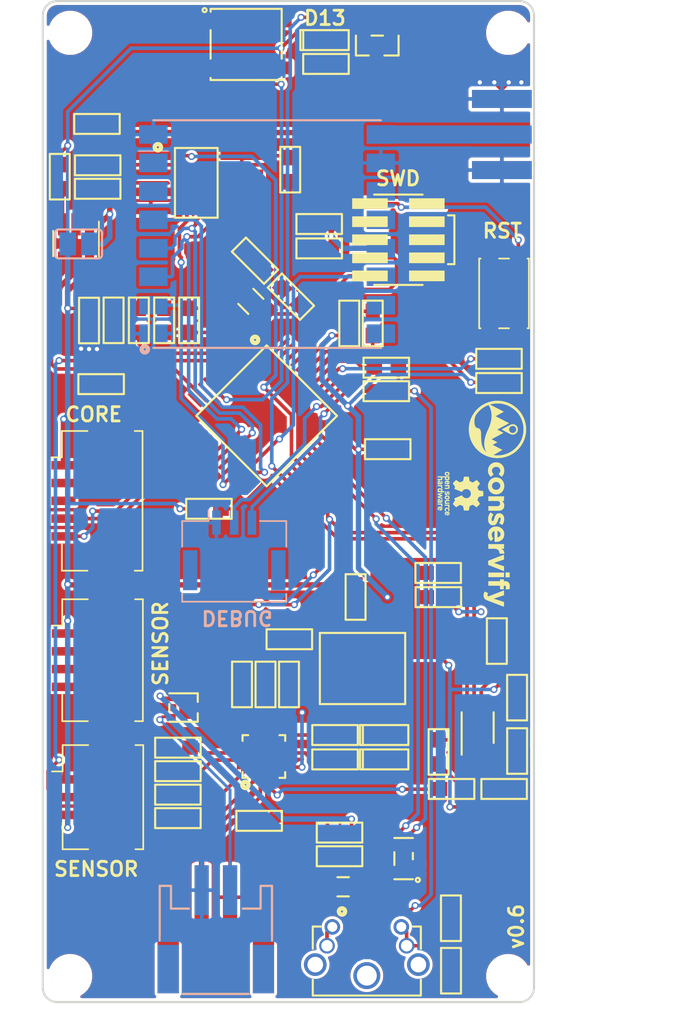
<source format=kicad_pcb>
(kicad_pcb (version 20171130) (host pcbnew "(5.0.0)")
  (title_block (title fk-sonar) (date 2017-03-05) (rev 0.1) (company Conservify))
  (layers (0 F.Cu signal) (31 B.Cu signal) (34 B.Paste user) (35 F.Paste user) (36 B.SilkS user) (37 F.SilkS user) (38 B.Mask user) (39 F.Mask user) (44 Edge.Cuts user))
  (net 0 "")
  (net 1 GND)
  (net 2 3V3)
  (net 3 /SWDIO)
  (net 4 /SWCLK)
  (net 5 /RST)
  (net 6 /RESET)
  (net 7 /A0)
  (net 8 /A1)
  (net 9 /A2)
  (net 10 /A3)
  (net 11 /A4)
  (net 12 /D9)
  (net 13 /D1)
  (net 14 /D0)
  (net 15 /MOSI)
  (net 16 /SCK)
  (net 17 /MISO)
  (net 18 /D11)
  (net 19 /D10)
  (net 20 /D12)
  (net 21 /D7)
  (net 22 /USB-)
  (net 23 /USB+)
  (net 24 /D30)
  (net 25 /D31)
  (net 26 /TX_LED)
  (net 27 /USB_ID)
  (net 28 /A5)
  (net 29 /RX_LED)
  (net 30 "Net-(D1-Pad1)")
  (net 31 "Net-(Q1-Pad3)")
  (net 32 5V0)
  (net 33 VUSB)
  (net 34 "Net-(F1-Pad1)")
  (net 35 /D13)
  (net 36 "Net-(R18-Pad1)")
  (net 37 "Net-(C3-Pad2)")
  (net 38 "Net-(C4-Pad2)")
  (net 39 "Net-(C6-Pad1)")
  (net 40 "Net-(C7-Pad1)")
  (net 41 VEXT)
  (net 42 "Net-(C14-Pad1)")
  (net 43 VBAT)
  (net 44 VBUS)
  (net 45 "Net-(C17-Pad1)")
  (net 46 "Net-(C18-Pad2)")
  (net 47 VIN)
  (net 48 "Net-(D7-Pad1)")
  (net 49 "Net-(D8-Pad1)")
  (net 50 "Net-(J2-Pad6)")
  (net 51 "Net-(J2-Pad7)")
  (net 52 "Net-(J2-Pad8)")
  (net 53 "Net-(J3-Pad1)")
  (net 54 "Net-(J4-Pad4)")
  (net 55 "Net-(J4-Pad8)")
  (net 56 "Net-(J4-Pad9)")
  (net 57 "Net-(J5-Pad3)")
  (net 58 "Net-(J5-Pad4)")
  (net 59 "Net-(R7-Pad2)")
  (net 60 "Net-(R8-Pad2)")
  (net 61 "Net-(R10-Pad2)")
  (net 62 "Net-(R11-Pad2)")
  (net 63 /PG)
  (net 64 /CHG)
  (net 65 "Net-(U2-Pad6)")
  (net 66 "Net-(U2-Pad7)")
  (net 67 "Net-(U2-Pad11)")
  (net 68 "Net-(U2-Pad12)")
  (net 69 "Net-(U2-Pad15)")
  (net 70 "Net-(U2-Pad16)")
  (net 71 "Net-(J7-Pad3)")
  (net 72 "Net-(J7-Pad4)")
  (net 73 "Net-(R21-Pad2)")
  (net 74 "Net-(R22-Pad1)")
  (net 75 /SCL1)
  (net 76 /SDA1)
  (net 77 /SDA3)
  (net 78 /SCL3)
  (net 79 "Net-(J9-Pad3)")
  (net 80 "Net-(J4-Pad6)")
  (net 81 /D38_RADIO_D0)
  (net 82 /D2_RADIO_CS)
  (net 83 /D5)
  (net 84 /D6_FLASH_CS)
  (net 85 "Net-(U7-Pad4)")
  (net 86 /PERIPH_3V3)
  (net 87 "Net-(R4-Pad1)")
  (net 88 /D8_PERIPH_EN)
  (net 89 "Net-(C1-Pad1)")
  (module conservify:HDR_02x05_Pitch1.27mm_SMD_SWD (layer F.Cu) (at 147.1803 79.0067 90)
    (fp_text reference J2 hide)
    (fp_text value CONN_02x05_SWD hide)
    (pad 1 smd rect (at -2.54 2 90) (size 0.75 2.5) (layers F.Cu F.Paste F.SilkS F.Mask) (net 2 3V3))
    (pad 2 smd rect (at -2.54 -2 90) (size 0.75 2.5) (layers F.Cu F.Paste F.SilkS F.Mask) (net 3 /SWDIO))
    (pad 3 smd rect (at -1.27 2 90) (size 0.75 2.5) (layers F.Cu F.Paste F.SilkS F.Mask) (net 1 GND))
    (pad 4 smd rect (at -1.27 -2 90) (size 0.75 2.5) (layers F.Cu F.Paste F.SilkS F.Mask) (net 4 /SWCLK))
    (pad 5 smd rect (at 0 2 90) (size 0.75 2.5) (layers F.Cu F.Paste F.SilkS F.Mask) (net 1 GND))
    (pad 6 smd rect (at 0 -2 90) (size 0.75 2.5) (layers F.Cu F.Paste F.SilkS F.Mask) (net 50 "Net-(J2-Pad6)"))
    (pad 7 smd rect (at 1.27 2 90) (size 0.75 2.5) (layers F.Cu F.Paste F.SilkS F.Mask) (net 51 "Net-(J2-Pad7)"))
    (pad 8 smd rect (at 1.27 -2 90) (size 0.75 2.5) (layers F.Cu F.Paste F.SilkS F.Mask) (net 52 "Net-(J2-Pad8)"))
    (pad 9 smd rect (at 2.54 2 90) (size 0.75 2.5) (layers F.Cu F.Paste F.SilkS F.Mask) (net 1 GND))
    (pad 10 smd rect (at 2.54 -2 90) (size 0.75 2.5) (layers F.Cu F.Paste F.SilkS F.Mask) (net 5 /RST))
  )
  (module conservify:S2B-PH-SM4-TB (layer F.Cu) (at 134.3434 127.4699)
    (fp_text reference J5 hide)
    (fp_text value S2B-PH-SM4-TB)
    (pad 4 smd rect (at 3.35 2.6) (size 1.5 3.8) (layers F.Cu F.Paste F.Mask) (net 58 "Net-(J5-Pad4)"))
    (pad 3 smd rect (at -3.35 2.6) (size 1.5 3.8) (layers F.Cu F.Paste F.Mask) (net 57 "Net-(J5-Pad3)"))
    (pad 2 smd rect (at 1 -2.25) (size 1 4.5) (layers F.Cu F.Paste F.Mask) (net 1 GND))
    (pad 1 smd rect (at -1 -2.25) (size 1 4.5) (layers F.Cu F.Paste F.Mask) (net 43 VBAT))
  )
  (module conservify:MICRO-USB (layer F.Cu) (at 144.9606 128.8288)
    (fp_text reference J4 hide)
    (fp_text value MICRO-USB hide)
    (pad 10 thru_hole circle (at 0 1.9) (size 1.9 1.9) (drill oval 1.4) (layers *.Cu *.Mask F.Paste))
    (pad 9 thru_hole circle (at 3.625 1.125) (size 1.6 1.6) (drill oval 1.1) (layers *.Cu *.Mask F.Paste) (net 56 "Net-(J4-Pad9)"))
    (pad 8 thru_hole circle (at -3.625 1.125) (size 1.6 1.6) (drill oval 1.1) (layers *.Cu *.Mask F.Paste) (net 55 "Net-(J4-Pad8)"))
    (pad 7 thru_hole circle (at 2.425 -1.525) (size 1.1 1.1) (drill 0.7) (layers *.Cu *.Mask F.Paste) (net 42 "Net-(C14-Pad1)"))
    (pad 6 thru_hole circle (at -2.425 -1.525) (size 1.1 1.1) (drill 0.7) (layers *.Cu *.Mask F.Paste) (net 80 "Net-(J4-Pad6)"))
    (pad 5 smd rect (at 1.3 -1.45) (size 0.4 1.35) (layers F.Cu F.Paste F.Mask) (net 1 GND))
    (pad 4 smd rect (at 0.65 -1.45) (size 0.4 1.35) (layers F.Cu F.Paste F.Mask) (net 54 "Net-(J4-Pad4)"))
    (pad 3 smd rect (at 0 -1.45) (size 0.4 1.35) (layers F.Cu F.Paste F.Mask) (net 23 /USB+))
    (pad 2 smd rect (at -0.65 -1.45) (size 0.4 1.35) (layers F.Cu F.Paste F.Mask) (net 22 /USB-))
    (pad 1 smd rect (at -1.3 -1.45) (size 0.4 1.35) (layers F.Cu F.Paste F.Mask) (net 33 VUSB))
    (pad 6 thru_hole circle (at -2.8 -0.2) (size 1.1 1.1) (drill 0.8) (layers *.Cu *.Mask F.Paste) (net 80 "Net-(J4-Pad6)"))
    (pad 7 thru_hole circle (at 2.8 -0.2) (size 1.1 1.1) (drill 0.8) (layers *.Cu *.Mask F.Paste) (net 42 "Net-(C14-Pad1)"))
    (pad 5 smd rect (at 1.3 0.05) (size 0.4 1.25) (layers F.Cu F.Paste F.Mask) (net 1 GND))
    (pad 4 smd rect (at 0.65 0.05) (size 0.4 1.25) (layers F.Cu F.Paste F.Mask) (net 54 "Net-(J4-Pad4)"))
    (pad 3 smd rect (at 0 0.05) (size 0.4 1.25) (layers F.Cu F.Paste F.Mask) (net 23 /USB+))
    (pad 2 smd rect (at -0.65 0.05) (size 0.4 1.25) (layers F.Cu F.Paste F.Mask) (net 22 /USB-))
    (pad 1 smd rect (at -1.3 0.05) (size 0.4 1.25) (layers F.Cu F.Paste F.Mask) (net 33 VUSB))
  )
  (module conservify:SW_SPST_WURTH_1 (layer F.Cu) (at 154.6098 82.7786 90)
    (fp_text reference SW1 hide)
    (fp_text value SPNO hide)
    (pad 1 smd rect (at 2.58 -1 90) (size 1.45 0.7) (layers F.Cu F.Paste F.Mask) (net 1 GND))
    (pad 1 smd rect (at -2.58 -1 90) (size 1.45 0.7) (layers F.Cu F.Paste F.Mask) (net 1 GND))
    (pad 2 smd rect (at -2.58 1 90) (size 1.45 0.7) (layers F.Cu F.Paste F.Mask) (net 5 /RST))
    (pad 2 smd rect (at 2.58 1 90) (size 1.45 0.7) (layers F.Cu F.Paste F.Mask) (net 5 /RST))
  )
  (module conservify:conservify_text_negative_5000 (layer F.Cu) (at 154.1399 97.5614 270)
    (fp_text reference G*** hide)
    (fp_text value LOGO hide)
  )
  (module conservify:osh_negative_3000 (layer F.Cu) (at 151.5618 96.8502 270)
    (fp_text reference G*** hide)
    (fp_text value LOGO hide)
  )
  (module conservify:CAP-0603 (layer F.Cu) (at 130.7084 84.6709 90)
    (fp_text reference C1 hide)
    (fp_text value 4.7uF)
    (pad 1 smd rect (at -0.85 0 90) (size 1.1 1) (layers F.Cu F.Paste F.Mask) (net 89 "Net-(C1-Pad1)"))
    (pad 2 smd rect (at 0.85 0 90) (size 1.1 1) (layers F.Cu F.Paste F.Mask) (net 1 GND))
  )
  (module conservify:CAP-0603 (layer F.Cu) (at 132.4619 84.6709 90)
    (fp_text reference C2 hide)
    (fp_text value 100nF)
    (pad 1 smd rect (at -0.85 0 90) (size 1.1 1) (layers F.Cu F.Paste F.Mask) (net 89 "Net-(C1-Pad1)"))
    (pad 2 smd rect (at 0.85 0 90) (size 1.1 1) (layers F.Cu F.Paste F.Mask) (net 1 GND))
  )
  (module conservify:CAP-0603 (layer F.Cu) (at 137.0965 80.4799 135)
    (fp_text reference C3 hide)
    (fp_text value 18pF)
    (pad 1 smd rect (at -0.85 0 135) (size 1.1 1) (layers F.Cu F.Paste F.Mask) (net 1 GND))
    (pad 2 smd rect (at 0.85 0 135) (size 1.1 1) (layers F.Cu F.Paste F.Mask) (net 37 "Net-(C3-Pad2)"))
  )
  (module conservify:CAP-0603 (layer F.Cu) (at 139.6238 83.0072 315)
    (fp_text reference C4 hide)
    (fp_text value 18pF hide)
    (pad 1 smd rect (at -0.85 0 315) (size 1.1 1) (layers F.Cu F.Paste F.Mask) (net 1 GND))
    (pad 2 smd rect (at 0.85 0 315) (size 1.1 1) (layers F.Cu F.Paste F.Mask) (net 38 "Net-(C4-Pad2)"))
  )
  (module conservify:CAP-0603 (layer F.Cu) (at 143.7259 84.8868 90)
    (fp_text reference C5 hide)
    (fp_text value 100nF)
    (pad 1 smd rect (at -0.85 0 90) (size 1.1 1) (layers F.Cu F.Paste F.Mask) (net 2 3V3))
    (pad 2 smd rect (at 0.85 0 90) (size 1.1 1) (layers F.Cu F.Paste F.Mask) (net 1 GND))
  )
  (module conservify:CAP-0603 (layer F.Cu) (at 145.3769 84.8868 90)
    (fp_text reference C6 hide)
    (fp_text value 1uF)
    (pad 1 smd rect (at -0.85 0 90) (size 1.1 1) (layers F.Cu F.Paste F.Mask) (net 39 "Net-(C6-Pad1)"))
    (pad 2 smd rect (at 0.85 0 90) (size 1.1 1) (layers F.Cu F.Paste F.Mask) (net 1 GND))
  )
  (module conservify:CAP-0603 (layer F.Cu) (at 128.9304 84.6709 90)
    (fp_text reference C7 hide)
    (fp_text value 100nF)
    (pad 1 smd rect (at -0.85 0 90) (size 1.1 1) (layers F.Cu F.Paste F.Mask) (net 40 "Net-(C7-Pad1)"))
    (pad 2 smd rect (at 0.85 0 90) (size 1.1 1) (layers F.Cu F.Paste F.Mask) (net 1 GND))
  )
  (module conservify:CAP-0603 (layer F.Cu) (at 133.858 97.917)
    (fp_text reference C8 hide)
    (fp_text value 100nF)
    (pad 1 smd rect (at -0.85 0) (size 1.1 1) (layers F.Cu F.Paste F.Mask) (net 2 3V3))
    (pad 2 smd rect (at 0.85 0) (size 1.1 1) (layers F.Cu F.Paste F.Mask) (net 1 GND))
  )
  (module conservify:CAP-0603 (layer F.Cu) (at 146.431 93.726)
    (fp_text reference C9 hide)
    (fp_text value 100nF)
    (pad 1 smd rect (at -0.85 0) (size 1.1 1) (layers F.Cu F.Paste F.Mask) (net 2 3V3))
    (pad 2 smd rect (at 0.85 0) (size 1.1 1) (layers F.Cu F.Paste F.Mask) (net 1 GND))
  )
  (module conservify:CAP-0603 (layer F.Cu) (at 143.0429 120.6754 180)
    (fp_text reference C10 hide)
    (fp_text value 4.7uF)
    (pad 1 smd rect (at -0.85 0 180) (size 1.1 1) (layers F.Cu F.Paste F.Mask) (net 32 5V0))
    (pad 2 smd rect (at 0.85 0 180) (size 1.1 1) (layers F.Cu F.Paste F.Mask) (net 1 GND))
  )
  (module conservify:CAP-0603 (layer F.Cu) (at 136.1849 110.2614 270)
    (fp_text reference C11 hide)
    (fp_text value 1uF)
    (pad 1 smd rect (at -0.85 0 270) (size 1.1 1) (layers F.Cu F.Paste F.Mask) (net 1 GND))
    (pad 2 smd rect (at 0.85 0 270) (size 1.1 1) (layers F.Cu F.Paste F.Mask) (net 41 VEXT))
  )
  (module conservify:CAP-0603 (layer F.Cu) (at 141.611174 77.89981 180)
    (fp_text reference C12 hide)
    (fp_text value 47uF)
    (pad 1 smd rect (at -0.85 0 180) (size 1.1 1) (layers F.Cu F.Paste F.Mask) (net 86 /PERIPH_3V3))
    (pad 2 smd rect (at 0.85 0 180) (size 1.1 1) (layers F.Cu F.Paste F.Mask) (net 1 GND))
  )
  (module conservify:CAP-0603 (layer F.Cu) (at 141.611174 79.61431 180)
    (fp_text reference C13 hide)
    (fp_text value 100nF)
    (pad 1 smd rect (at -0.85 0 180) (size 1.1 1) (layers F.Cu F.Paste F.Mask) (net 86 /PERIPH_3V3))
    (pad 2 smd rect (at 0.85 0 180) (size 1.1 1) (layers F.Cu F.Paste F.Mask) (net 1 GND))
  )
  (module conservify:CAP-0603 (layer F.Cu) (at 150.876 126.6952 90)
    (fp_text reference C14 hide)
    (fp_text value 4.7nF)
    (pad 1 smd rect (at -0.85 0 90) (size 1.1 1) (layers F.Cu F.Paste F.Mask) (net 42 "Net-(C14-Pad1)"))
    (pad 2 smd rect (at 0.85 0 90) (size 1.1 1) (layers F.Cu F.Paste F.Mask) (net 1 GND))
  )
  (module conservify:CAP-0603 (layer F.Cu) (at 137.3914 119.8499)
    (fp_text reference C15 hide)
    (fp_text value 4.7uF)
    (pad 1 smd rect (at -0.85 0) (size 1.1 1) (layers F.Cu F.Paste F.Mask) (net 43 VBAT))
    (pad 2 smd rect (at 0.85 0) (size 1.1 1) (layers F.Cu F.Paste F.Mask) (net 1 GND))
  )
  (module conservify:CAP-0603 (layer F.Cu) (at 139.4869 110.2614 90)
    (fp_text reference C16 hide)
    (fp_text value 4.7uF)
    (pad 1 smd rect (at -0.85 0 90) (size 1.1 1) (layers F.Cu F.Paste F.Mask) (net 44 VBUS))
    (pad 2 smd rect (at 0.85 0 90) (size 1.1 1) (layers F.Cu F.Paste F.Mask) (net 1 GND))
  )
  (module conservify:CAP-0603 (layer F.Cu) (at 150.006061 115.005281 90)
    (fp_text reference C17 hide)
    (fp_text value 1uF)
    (pad 1 smd rect (at -0.85 0 90) (size 1.1 1) (layers F.Cu F.Paste F.Mask) (net 45 "Net-(C17-Pad1)"))
    (pad 2 smd rect (at 0.85 0 90) (size 1.1 1) (layers F.Cu F.Paste F.Mask) (net 1 GND))
  )
  (module conservify:CAP-0603 (layer F.Cu) (at 155.530561 114.941781 270)
    (fp_text reference C18 hide)
    (fp_text value 10nF)
    (pad 1 smd rect (at -0.85 0 270) (size 1.1 1) (layers F.Cu F.Paste F.Mask) (net 1 GND))
    (pad 2 smd rect (at 0.85 0 270) (size 1.1 1) (layers F.Cu F.Paste F.Mask) (net 46 "Net-(C18-Pad2)"))
  )
  (module conservify:CAP-0603 (layer F.Cu) (at 139.5114 107.0864 180)
    (fp_text reference C19 hide)
    (fp_text value 1uF)
    (pad 1 smd rect (at -0.85 0 180) (size 1.1 1) (layers F.Cu F.Paste F.Mask) (net 44 VBUS))
    (pad 2 smd rect (at 0.85 0 180) (size 1.1 1) (layers F.Cu F.Paste F.Mask) (net 1 GND))
  )
  (module conservify:CAP-0603 (layer F.Cu) (at 139.573 74.0791 270)
    (fp_text reference C20 hide)
    (fp_text value 100nF)
    (pad 1 smd rect (at -0.85 0 270) (size 1.1 1) (layers F.Cu F.Paste F.Mask) (net 86 /PERIPH_3V3))
    (pad 2 smd rect (at 0.85 0 270) (size 1.1 1) (layers F.Cu F.Paste F.Mask) (net 1 GND))
  )
  (module conservify:CAP-0603 (layer F.Cu) (at 144.1704 104.1146 270)
    (fp_text reference C21 hide)
    (fp_text value 1uF)
    (pad 1 smd rect (at -0.85 0 270) (size 1.1 1) (layers F.Cu F.Paste F.Mask) (net 2 3V3))
    (pad 2 smd rect (at 0.85 0 270) (size 1.1 1) (layers F.Cu F.Paste F.Mask) (net 1 GND))
  )
  (module conservify:SOT-1016 (layer F.Cu) (at 132.0722 111.887 270)
    (fp_text reference D5 hide)
    (fp_text value PMEG3020CPA hide)
    (pad 1 smd rect (at -0.65 0.8 270) (size 0.4 0.5) (layers F.Cu F.Paste F.Mask) (net 32 5V0))
    (pad 2 smd rect (at 0.65 0.8 270) (size 0.4 0.5) (layers F.Cu F.Paste F.Mask) (net 47 VIN))
    (pad 3 smd rect (at 0 -0.25 270) (size 1.6 1.1) (layers F.Cu F.Paste F.Mask) (net 41 VEXT))
    (pad 3 smd rect (at 0 -0.925 270) (size 0.4 0.25) (layers F.Cu F.Paste F.Mask) (net 41 VEXT))
  )
  (module conservify:SOT-143B (layer F.Cu) (at 147.5486 122.5042 90)
    (fp_text reference D6 hide)
    (fp_text value PRTR5V0U2X hide)
    (pad 1 smd rect (at -0.75 1 90) (size 1 0.7) (layers F.Cu F.Paste F.Mask) (net 1 GND))
    (pad 2 smd rect (at 0.95 1 90) (size 0.6 0.7) (layers F.Cu F.Paste F.Mask) (net 23 /USB+))
    (pad 3 smd rect (at 0.95 -1 90) (size 0.6 0.7) (layers F.Cu F.Paste F.Mask) (net 22 /USB-))
    (pad 4 smd rect (at -0.95 -1 90) (size 0.6 0.7) (layers F.Cu F.Paste F.Mask) (net 33 VUSB))
  )
  (module conservify:LED-0603 (layer F.Cu) (at 146.2814 115.5319)
    (fp_text reference D7 hide)
    (fp_text value Green)
    (pad 2 smd rect (at 0.85 0 180) (size 1.1 1) (layers F.Cu F.Paste F.Mask) (net 44 VBUS))
    (pad 1 smd rect (at -0.85 0 180) (size 1.1 1) (layers F.Cu F.Paste F.Mask) (net 48 "Net-(D7-Pad1)"))
  )
  (module conservify:LED-0603 (layer F.Cu) (at 146.2814 113.8174)
    (fp_text reference D8 hide)
    (fp_text value Red)
    (pad 2 smd rect (at 0.85 0 180) (size 1.1 1) (layers F.Cu F.Paste F.Mask) (net 44 VBUS))
    (pad 1 smd rect (at -0.85 0 180) (size 1.1 1) (layers F.Cu F.Paste F.Mask) (net 49 "Net-(D8-Pad1)"))
  )
  (module conservify:MF-PSMF020X (layer F.Cu) (at 143.2969 124.4854)
    (fp_text reference F1 hide)
    (fp_text value MF-PSMF050X-2)
    (pad 1 smd rect (at -1.1 0) (size 1 1.5) (layers F.Cu F.Paste F.Mask) (net 34 "Net-(F1-Pad1)"))
    (pad 2 smd rect (at 1.1 0) (size 1 1.5) (layers F.Cu F.Paste F.Mask) (net 33 VUSB))
  )
  (module conservify:RF-SMA-EDGE (layer B.Cu) (at 154.4574 71.6092)
    (fp_text reference J3 hide)
    (fp_text value RF-SMA-EDGE)
    (pad 1 smd rect (at 0 0) (size 4.2 1.27) (layers B.Cu B.Paste B.Mask) (net 53 "Net-(J3-Pad1)"))
    (pad 2 smd rect (at 0 -2.5) (size 4.2 1.27) (layers B.Cu B.Paste B.Mask) (net 1 GND))
    (pad 3 smd rect (at 0 2.5) (size 4.2 1.27) (layers B.Cu B.Paste B.Mask) (net 1 GND))
    (pad 5 smd rect (at 0 2.5) (size 4.2 1.27) (layers F.Cu F.Paste F.Mask) (net 1 GND))
    (pad 4 smd rect (at 0 -2.5) (size 4.2 1.27) (layers F.Cu F.Paste F.Mask) (net 1 GND))
  )
  (module conservify:S2B-PH-SM4-TB (layer B.Cu) (at 134.3434 127.4699 180)
    (fp_text reference J7 hide)
    (fp_text value S2B-PH-SM4-TB)
    (pad 1 smd rect (at -1 2.75 180) (size 1 3.5) (layers B.Cu B.Paste B.Mask) (net 47 VIN))
    (pad 2 smd rect (at 1 2.75 180) (size 1 3.5) (layers B.Cu B.Paste B.Mask) (net 1 GND))
    (pad 3 smd rect (at -3.35 -2.8 180) (size 1.5 3.4) (layers B.Cu B.Paste B.Mask) (net 71 "Net-(J7-Pad3)"))
    (pad 4 smd rect (at 3.35 -2.8 180) (size 1.5 3.4) (layers B.Cu B.Paste B.Mask) (net 72 "Net-(J7-Pad4)"))
  )
  (module conservify:Molex_CLIK-Mate_502382-0570_1x05_P1.25mm_Vertical (layer F.Cu) (at 125.5776 97.3582 270)
    (fp_text reference J9 hide)
    (fp_text value CONN_01x05)
    (pad 1 smd rect (at -2.5 1.95 270) (size 0.6 1.7) (layers F.Cu F.Paste F.Mask) (net 2 3V3))
    (pad 2 smd rect (at -1.25 1.95 270) (size 0.6 1.7) (layers F.Cu F.Paste F.Mask) (net 1 GND))
    (pad 3 smd rect (at 0 1.95 270) (size 0.6 1.7) (layers F.Cu F.Paste F.Mask) (net 79 "Net-(J9-Pad3)"))
    (pad 4 smd rect (at 1.25 1.95 270) (size 0.6 1.7) (layers F.Cu F.Paste F.Mask) (net 78 /SCL3))
    (pad 5 smd rect (at 2.5 1.95 270) (size 0.6 1.7) (layers F.Cu F.Paste F.Mask) (net 77 /SDA3))
    (pad "" smd rect (at -4.35 -1.4 270) (size 1 2.8) (layers F.Cu F.Paste F.Mask))
    (pad "" smd rect (at 4.35 -1.4 270) (size 1 2.8) (layers F.Cu F.Paste F.Mask))
  )
  (module conservify:IND-0603 (layer F.Cu) (at 127.1524 84.6709 90)
    (fp_text reference L1 hide)
    (fp_text value BLM18KG221SN1D)
    (pad 1 smd rect (at -0.85 0 90) (size 1.1 1) (layers F.Cu F.Paste F.Mask) (net 40 "Net-(C7-Pad1)"))
    (pad 2 smd rect (at 0.85 0 90) (size 1.1 1) (layers F.Cu F.Paste F.Mask) (net 2 3V3))
  )
  (module conservify:IND-0603 (layer F.Cu) (at 143.0429 122.3391 180)
    (fp_text reference L2 hide)
    (fp_text value BLM18KG221SN1D)
    (pad 1 smd rect (at -0.85 0 180) (size 1.1 1) (layers F.Cu F.Paste F.Mask) (net 32 5V0))
    (pad 2 smd rect (at 0.85 0 180) (size 1.1 1) (layers F.Cu F.Paste F.Mask) (net 34 "Net-(F1-Pad1)"))
  )
  (module conservify:RES-0603 (layer F.Cu) (at 154.2542 89.0778)
    (fp_text reference R2 hide)
    (fp_text value 10K)
    (pad 1 smd rect (at -0.85 0) (size 1.1 1) (layers F.Cu F.Paste F.Mask) (net 2 3V3))
    (pad 2 smd rect (at 0.85 0) (size 1.1 1) (layers F.Cu F.Paste F.Mask) (net 5 /RST))
  )
  (module conservify:RES-0603 (layer F.Cu) (at 154.2542 87.376)
    (fp_text reference R3 hide)
    (fp_text value 330R)
    (pad 1 smd rect (at -0.85 0) (size 1.1 1) (layers F.Cu F.Paste F.Mask) (net 6 /RESET))
    (pad 2 smd rect (at 0.85 0) (size 1.1 1) (layers F.Cu F.Paste F.Mask) (net 5 /RST))
  )
  (module conservify:RES-0603 (layer F.Cu) (at 137.8359 110.2614 270)
    (fp_text reference R7 hide)
    (fp_text value 1K18)
    (pad 1 smd rect (at -0.85 0 270) (size 1.1 1) (layers F.Cu F.Paste F.Mask) (net 1 GND))
    (pad 2 smd rect (at 0.85 0 270) (size 1.1 1) (layers F.Cu F.Paste F.Mask) (net 59 "Net-(R7-Pad2)"))
  )
  (module conservify:RES-0603 (layer F.Cu) (at 131.6764 114.7064)
    (fp_text reference R8 hide)
    (fp_text value 46K4)
    (pad 1 smd rect (at -0.85 0) (size 1.1 1) (layers F.Cu F.Paste F.Mask) (net 1 GND))
    (pad 2 smd rect (at 0.85 0) (size 1.1 1) (layers F.Cu F.Paste F.Mask) (net 60 "Net-(R8-Pad2)"))
  )
  (module conservify:RES-0603 (layer F.Cu) (at 146.3303 89.6493 180)
    (fp_text reference R9 hide)
    (fp_text value 100K)
    (pad 1 smd rect (at -0.85 0 180) (size 1.1 1) (layers F.Cu F.Paste F.Mask) (net 54 "Net-(J4-Pad4)"))
    (pad 2 smd rect (at 0.85 0 180) (size 1.1 1) (layers F.Cu F.Paste F.Mask) (net 2 3V3))
  )
  (module conservify:RES-0603 (layer F.Cu) (at 131.6764 116.3574)
    (fp_text reference R10 hide)
    (fp_text value 2K94)
    (pad 1 smd rect (at -0.85 0) (size 1.1 1) (layers F.Cu F.Paste F.Mask) (net 1 GND))
    (pad 2 smd rect (at 0.85 0) (size 1.1 1) (layers F.Cu F.Paste F.Mask) (net 61 "Net-(R10-Pad2)"))
  )
  (module conservify:RES-0603 (layer F.Cu) (at 131.6764 118.0084)
    (fp_text reference R11 hide)
    (fp_text value 2K2)
    (pad 1 smd rect (at -0.85 0) (size 1.1 1) (layers F.Cu F.Paste F.Mask) (net 1 GND))
    (pad 2 smd rect (at 0.85 0) (size 1.1 1) (layers F.Cu F.Paste F.Mask) (net 62 "Net-(R11-Pad2)"))
  )
  (module conservify:RES-0603 (layer F.Cu) (at 146.3303 87.9983 180)
    (fp_text reference R12 hide)
    (fp_text value 330R)
    (pad 1 smd rect (at -0.85 0 180) (size 1.1 1) (layers F.Cu F.Paste F.Mask) (net 54 "Net-(J4-Pad4)"))
    (pad 2 smd rect (at 0.85 0 180) (size 1.1 1) (layers F.Cu F.Paste F.Mask) (net 27 /USB_ID))
  )
  (module conservify:RES-0603 (layer F.Cu) (at 150.881037 130.383317 270)
    (fp_text reference R13 hide)
    (fp_text value 1M)
    (pad 1 smd rect (at -0.85 0 270) (size 1.1 1) (layers F.Cu F.Paste F.Mask) (net 42 "Net-(C14-Pad1)"))
    (pad 2 smd rect (at 0.85 0 270) (size 1.1 1) (layers F.Cu F.Paste F.Mask) (net 1 GND))
  )
  (module conservify:RES-0603 (layer F.Cu) (at 149.9771 102.4255)
    (fp_text reference R14 hide)
    (fp_text value 4.7K)
    (pad 1 smd rect (at -0.85 0) (size 1.1 1) (layers F.Cu F.Paste F.Mask) (net 2 3V3))
    (pad 2 smd rect (at 0.85 0) (size 1.1 1) (layers F.Cu F.Paste F.Mask) (net 76 /SDA1))
  )
  (module conservify:RES-0603 (layer F.Cu) (at 149.9898 104.1273)
    (fp_text reference R15 hide)
    (fp_text value 4.7K)
    (pad 1 smd rect (at -0.85 0) (size 1.1 1) (layers F.Cu F.Paste F.Mask) (net 2 3V3))
    (pad 2 smd rect (at 0.85 0) (size 1.1 1) (layers F.Cu F.Paste F.Mask) (net 75 /SCL1))
  )
  (module conservify:RES-0603 (layer F.Cu) (at 142.7254 115.5319)
    (fp_text reference R16 hide)
    (fp_text value 10K)
    (pad 1 smd rect (at -0.85 0) (size 1.1 1) (layers F.Cu F.Paste F.Mask) (net 63 /PG))
    (pad 2 smd rect (at 0.85 0) (size 1.1 1) (layers F.Cu F.Paste F.Mask) (net 48 "Net-(D7-Pad1)"))
  )
  (module conservify:RES-0603 (layer F.Cu) (at 142.7254 113.8174)
    (fp_text reference R17 hide)
    (fp_text value 2K2)
    (pad 1 smd rect (at -0.85 0) (size 1.1 1) (layers F.Cu F.Paste F.Mask) (net 64 /CHG))
    (pad 2 smd rect (at 0.85 0) (size 1.1 1) (layers F.Cu F.Paste F.Mask) (net 49 "Net-(D8-Pad1)"))
  )
  (module conservify:RES-0603 (layer F.Cu) (at 131.6764 119.6594 180)
    (fp_text reference R18 hide)
    (fp_text value 10K)
    (pad 1 smd rect (at -0.85 0 180) (size 1.1 1) (layers F.Cu F.Paste F.Mask) (net 36 "Net-(R18-Pad1)"))
    (pad 2 smd rect (at 0.85 0 180) (size 1.1 1) (layers F.Cu F.Paste F.Mask) (net 1 GND))
  )
  (module conservify:RES-0603 (layer F.Cu) (at 150.919561 117.608781)
    (fp_text reference R19 hide)
    (fp_text value 1K)
    (pad 1 smd rect (at -0.85 0) (size 1.1 1) (layers F.Cu F.Paste F.Mask) (net 43 VBAT))
    (pad 2 smd rect (at 0.85 0) (size 1.1 1) (layers F.Cu F.Paste F.Mask) (net 45 "Net-(C17-Pad1)"))
  )
  (module conservify:RES-0603 (layer F.Cu) (at 154.617061 117.608781 180)
    (fp_text reference R20 hide)
    (fp_text value 180R)
    (pad 1 smd rect (at -0.85 0 180) (size 1.1 1) (layers F.Cu F.Paste F.Mask) (net 2 3V3))
    (pad 2 smd rect (at 0.85 0 180) (size 1.1 1) (layers F.Cu F.Paste F.Mask) (net 46 "Net-(C18-Pad2)"))
  )
  (module conservify:RES-0603 (layer F.Cu) (at 155.527 111.1894 270)
    (fp_text reference R21 hide)
    (fp_text value 4.7K)
    (pad 1 smd rect (at -0.85 0 270) (size 1.1 1) (layers F.Cu F.Paste F.Mask) (net 2 3V3))
    (pad 2 smd rect (at 0.85 0 270) (size 1.1 1) (layers F.Cu F.Paste F.Mask) (net 73 "Net-(R21-Pad2)"))
  )
  (module conservify:RES-0603 (layer F.Cu) (at 154.1046 107.2134 90)
    (fp_text reference R22 hide)
    (fp_text value 4.7K)
    (pad 1 smd rect (at -0.85 0 90) (size 1.1 1) (layers F.Cu F.Paste F.Mask) (net 74 "Net-(R22-Pad1)"))
    (pad 2 smd rect (at 0.85 0 90) (size 1.1 1) (layers F.Cu F.Paste F.Mask) (net 1 GND))
  )
  (module conservify:TQFP-48_7x7mm_Pitch0.5mm (layer F.Cu) (at 137.9154 91.3824 315)
    (fp_text reference U1 hide)
    (fp_text value ATSAMD21G18A-AU hide)
    (pad 1 smd rect (at -4.35 -2.75 315) (size 1.3 0.25) (layers F.Cu F.Paste F.Mask) (net 38 "Net-(C4-Pad2)"))
    (pad 2 smd rect (at -4.35 -2.25 315) (size 1.3 0.25) (layers F.Cu F.Paste F.Mask) (net 37 "Net-(C3-Pad2)"))
    (pad 3 smd rect (at -4.35 -1.749999 315) (size 1.3 0.25) (layers F.Cu F.Paste F.Mask) (net 7 /A0))
    (pad 4 smd rect (at -4.35 -1.25 315) (size 1.3 0.25) (layers F.Cu F.Paste F.Mask) (net 89 "Net-(C1-Pad1)"))
    (pad 5 smd rect (at -4.35 -0.750001 315) (size 1.3 0.25) (layers F.Cu F.Paste F.Mask) (net 1 GND))
    (pad 6 smd rect (at -4.35 -0.25 315) (size 1.3 0.25) (layers F.Cu F.Paste F.Mask) (net 40 "Net-(C7-Pad1)"))
    (pad 7 smd rect (at -4.35 0.25 315) (size 1.3 0.25) (layers F.Cu F.Paste F.Mask) (net 8 /A1))
    (pad 8 smd rect (at -4.35 0.750001 315) (size 1.3 0.25) (layers F.Cu F.Paste F.Mask) (net 9 /A2))
    (pad 9 smd rect (at -4.35 1.25 315) (size 1.3 0.25) (layers F.Cu F.Paste F.Mask) (net 10 /A3))
    (pad 10 smd rect (at -4.35 1.749999 315) (size 1.3 0.25) (layers F.Cu F.Paste F.Mask) (net 11 /A4))
    (pad 11 smd rect (at -4.35 2.25 315) (size 1.3 0.25) (layers F.Cu F.Paste F.Mask) (net 88 /D8_PERIPH_EN))
    (pad 12 smd rect (at -4.35 2.75 315) (size 1.3 0.25) (layers F.Cu F.Paste F.Mask) (net 12 /D9))
    (pad 13 smd rect (at -2.75 4.35 45) (size 1.3 0.25) (layers F.Cu F.Paste F.Mask) (net 77 /SDA3))
    (pad 14 smd rect (at -2.25 4.35 45) (size 1.3 0.25) (layers F.Cu F.Paste F.Mask) (net 78 /SCL3))
    (pad 15 smd rect (at -1.749999 4.35 45) (size 1.3 0.25) (layers F.Cu F.Paste F.Mask) (net 13 /D1))
    (pad 16 smd rect (at -1.25 4.35 45) (size 1.3 0.25) (layers F.Cu F.Paste F.Mask) (net 14 /D0))
    (pad 17 smd rect (at -0.750001 4.35 45) (size 1.3 0.25) (layers F.Cu F.Paste F.Mask) (net 2 3V3))
    (pad 18 smd rect (at -0.25 4.35 45) (size 1.3 0.25) (layers F.Cu F.Paste F.Mask) (net 1 GND))
    (pad 19 smd rect (at 0.25 4.35 45) (size 1.3 0.25) (layers F.Cu F.Paste F.Mask) (net 15 /MOSI))
    (pad 20 smd rect (at 0.750001 4.35 45) (size 1.3 0.25) (layers F.Cu F.Paste F.Mask) (net 16 /SCK))
    (pad 21 smd rect (at 1.25 4.35 45) (size 1.3 0.25) (layers F.Cu F.Paste F.Mask) (net 17 /MISO))
    (pad 22 smd rect (at 1.749999 4.35 45) (size 1.3 0.25) (layers F.Cu F.Paste F.Mask) (net 81 /D38_RADIO_D0))
    (pad 23 smd rect (at 2.25 4.35 45) (size 1.3 0.25) (layers F.Cu F.Paste F.Mask) (net 82 /D2_RADIO_CS))
    (pad 24 smd rect (at 2.75 4.35 45) (size 1.3 0.25) (layers F.Cu F.Paste F.Mask) (net 83 /D5))
    (pad 25 smd rect (at 4.35 2.75 315) (size 1.3 0.25) (layers F.Cu F.Paste F.Mask) (net 18 /D11))
    (pad 26 smd rect (at 4.35 2.25 315) (size 1.3 0.25) (layers F.Cu F.Paste F.Mask) (net 35 /D13))
    (pad 27 smd rect (at 4.35 1.749999 315) (size 1.3 0.25) (layers F.Cu F.Paste F.Mask) (net 19 /D10))
    (pad 28 smd rect (at 4.35 1.25 315) (size 1.3 0.25) (layers F.Cu F.Paste F.Mask) (net 20 /D12))
    (pad 29 smd rect (at 4.35 0.750001 315) (size 1.3 0.25) (layers F.Cu F.Paste F.Mask) (net 84 /D6_FLASH_CS))
    (pad 30 smd rect (at 4.35 0.25 315) (size 1.3 0.25) (layers F.Cu F.Paste F.Mask) (net 21 /D7))
    (pad 31 smd rect (at 4.35 -0.25 315) (size 1.3 0.25) (layers F.Cu F.Paste F.Mask) (net 76 /SDA1))
    (pad 32 smd rect (at 4.35 -0.750001 315) (size 1.3 0.25) (layers F.Cu F.Paste F.Mask) (net 75 /SCL1))
    (pad 33 smd rect (at 4.35 -1.25 315) (size 1.3 0.25) (layers F.Cu F.Paste F.Mask) (net 22 /USB-))
    (pad 34 smd rect (at 4.35 -1.749999 315) (size 1.3 0.25) (layers F.Cu F.Paste F.Mask) (net 23 /USB+))
    (pad 35 smd rect (at 4.35 -2.25 315) (size 1.3 0.25) (layers F.Cu F.Paste F.Mask) (net 1 GND))
    (pad 36 smd rect (at 4.35 -2.75 315) (size 1.3 0.25) (layers F.Cu F.Paste F.Mask) (net 2 3V3))
    (pad 37 smd rect (at 2.75 -4.35 45) (size 1.3 0.25) (layers F.Cu F.Paste F.Mask) (net 24 /D30))
    (pad 38 smd rect (at 2.25 -4.35 45) (size 1.3 0.25) (layers F.Cu F.Paste F.Mask) (net 25 /D31))
    (pad 39 smd rect (at 1.749999 -4.35 45) (size 1.3 0.25) (layers F.Cu F.Paste F.Mask) (net 26 /TX_LED))
    (pad 40 smd rect (at 1.25 -4.35 45) (size 1.3 0.25) (layers F.Cu F.Paste F.Mask) (net 6 /RESET))
    (pad 41 smd rect (at 0.750001 -4.35 45) (size 1.3 0.25) (layers F.Cu F.Paste F.Mask) (net 27 /USB_ID))
    (pad 42 smd rect (at 0.25 -4.35 45) (size 1.3 0.25) (layers F.Cu F.Paste F.Mask) (net 1 GND))
    (pad 43 smd rect (at -0.25 -4.35 45) (size 1.3 0.25) (layers F.Cu F.Paste F.Mask) (net 39 "Net-(C6-Pad1)"))
    (pad 44 smd rect (at -0.750001 -4.35 45) (size 1.3 0.25) (layers F.Cu F.Paste F.Mask) (net 2 3V3))
    (pad 45 smd rect (at -1.25 -4.35 45) (size 1.3 0.25) (layers F.Cu F.Paste F.Mask) (net 4 /SWCLK))
    (pad 46 smd rect (at -1.749999 -4.35 45) (size 1.3 0.25) (layers F.Cu F.Paste F.Mask) (net 3 /SWDIO))
    (pad 47 smd rect (at -2.25 -4.35 45) (size 1.3 0.25) (layers F.Cu F.Paste F.Mask) (net 28 /A5))
    (pad 48 smd rect (at -2.75 -4.35 45) (size 1.3 0.25) (layers F.Cu F.Paste F.Mask) (net 29 /RX_LED))
  )
  (module conservify:RFM9xW (layer B.Cu) (at 137.9474 78.6069)
    (fp_text reference U2 hide)
    (fp_text value RFM95W)
    (pad 1 smd rect (at -8 7) (size 2 1.3) (layers B.Cu B.Paste B.Mask) (net 1 GND))
    (pad 2 smd rect (at -8 5) (size 2 1.3) (layers B.Cu B.Paste B.Mask) (net 17 /MISO))
    (pad 3 smd rect (at -8 3) (size 2 1.3) (layers B.Cu B.Paste B.Mask) (net 15 /MOSI))
    (pad 4 smd rect (at -8 1) (size 2 1.3) (layers B.Cu B.Paste B.Mask) (net 16 /SCK))
    (pad 5 smd rect (at -8 -1) (size 2 1.3) (layers B.Cu B.Paste B.Mask) (net 82 /D2_RADIO_CS))
    (pad 6 smd rect (at -8 -3) (size 2 1.3) (layers B.Cu B.Paste B.Mask) (net 65 "Net-(U2-Pad6)"))
    (pad 7 smd rect (at -8 -5) (size 2 1.3) (layers B.Cu B.Paste B.Mask) (net 66 "Net-(U2-Pad7)"))
    (pad 8 smd rect (at -8 -7) (size 2 1.3) (layers B.Cu B.Paste B.Mask) (net 1 GND))
    (pad 9 smd rect (at 8 -7) (size 2 1.3) (layers B.Cu B.Paste B.Mask) (net 53 "Net-(J3-Pad1)"))
    (pad 10 smd rect (at 8 -5) (size 2 1.3) (layers B.Cu B.Paste B.Mask) (net 1 GND))
    (pad 11 smd rect (at 8 -3) (size 2 1.3) (layers B.Cu B.Paste B.Mask) (net 67 "Net-(U2-Pad11)"))
    (pad 12 smd rect (at 8 -1) (size 2 1.3) (layers B.Cu B.Paste B.Mask) (net 68 "Net-(U2-Pad12)"))
    (pad 13 smd rect (at 8 1) (size 2 1.3) (layers B.Cu B.Paste B.Mask) (net 86 /PERIPH_3V3))
    (pad 14 smd rect (at 8 3) (size 2 1.3) (layers B.Cu B.Paste B.Mask) (net 81 /D38_RADIO_D0))
    (pad 15 smd rect (at 8 5) (size 2 1.3) (layers B.Cu B.Paste B.Mask) (net 69 "Net-(U2-Pad15)"))
    (pad 16 smd rect (at 8 7) (size 2 1.3) (layers B.Cu B.Paste B.Mask) (net 70 "Net-(U2-Pad16)"))
  )
  (module conservify:QFN-16_3x3mm (layer F.Cu) (at 137.7209 115.3269 90)
    (fp_text reference U3 hide)
    (fp_text value BQ24074RGTT hide)
    (pad 17 smd rect (at 0.375 0.375 90) (size 0.75 0.75) (layers F.Cu F.Paste F.Mask) (net 1 GND))
    (pad 17 smd rect (at 0.375 -0.375 90) (size 0.75 0.75) (layers F.Cu F.Paste F.Mask) (net 1 GND))
    (pad 17 smd rect (at -0.375 -0.375 90) (size 0.75 0.75) (layers F.Cu F.Paste F.Mask) (net 1 GND))
    (pad 17 smd rect (at -0.375 0.375 90) (size 0.75 0.75) (layers F.Cu F.Paste F.Mask) (net 1 GND))
    (pad 1 smd rect (at -1.475 -0.75 90) (size 0.85 0.28) (layers F.Cu F.Paste F.Mask) (net 36 "Net-(R18-Pad1)"))
    (pad 2 smd rect (at -1.475 -0.25 90) (size 0.85 0.28) (layers F.Cu F.Paste F.Mask) (net 43 VBAT))
    (pad 3 smd rect (at -1.475 0.25 90) (size 0.85 0.28) (layers F.Cu F.Paste F.Mask) (net 43 VBAT))
    (pad 4 smd rect (at -1.475 0.75 90) (size 0.85 0.28) (layers F.Cu F.Paste F.Mask) (net 1 GND))
    (pad 5 smd rect (at -0.75 1.475 180) (size 0.85 0.28) (layers F.Cu F.Paste F.Mask) (net 44 VBUS))
    (pad 6 smd rect (at -0.25 1.475 180) (size 0.85 0.28) (layers F.Cu F.Paste F.Mask) (net 1 GND))
    (pad 7 smd rect (at 0.25 1.475 180) (size 0.85 0.3) (layers F.Cu F.Paste F.Mask) (net 63 /PG))
    (pad 8 smd rect (at 0.75 1.475 180) (size 0.85 0.28) (layers F.Cu F.Paste F.Mask) (net 1 GND))
    (pad 9 smd rect (at 1.475 0.75 90) (size 0.85 0.28) (layers F.Cu F.Paste F.Mask) (net 64 /CHG))
    (pad 10 smd rect (at 1.475 0.25 90) (size 0.85 0.28) (layers F.Cu F.Paste F.Mask) (net 44 VBUS))
    (pad 11 smd rect (at 1.475 -0.25 90) (size 0.85 0.28) (layers F.Cu F.Paste F.Mask) (net 44 VBUS))
    (pad 12 smd rect (at 1.475 -0.75 90) (size 0.85 0.28) (layers F.Cu F.Paste F.Mask) (net 59 "Net-(R7-Pad2)"))
    (pad 13 smd rect (at 0.75 -1.475 180) (size 0.85 0.28) (layers F.Cu F.Paste F.Mask) (net 41 VEXT))
    (pad 14 smd rect (at 0.25 -1.475 180) (size 0.85 0.28) (layers F.Cu F.Paste F.Mask) (net 60 "Net-(R8-Pad2)"))
    (pad 15 smd rect (at -0.25 -1.475 180) (size 0.85 0.28) (layers F.Cu F.Paste F.Mask) (net 61 "Net-(R10-Pad2)"))
    (pad 16 smd rect (at -0.75 -1.475 180) (size 0.85 0.3) (layers F.Cu F.Paste F.Mask) (net 62 "Net-(R11-Pad2)"))
  )
  (module conservify:DFN-8-1EP_3x2mm_Pitch0.5mm (layer F.Cu) (at 152.755061 113.297781 90)
    (fp_text reference U5 hide)
    (fp_text value MAX1704XX hide)
    (pad 1 smd rect (at -1.45 -0.75 90) (size 0.75 0.3) (layers F.Cu F.Paste F.Mask) (net 1 GND))
    (pad 2 smd rect (at -1.45 -0.25 90) (size 0.75 0.3) (layers F.Cu F.Paste F.Mask) (net 45 "Net-(C17-Pad1)"))
    (pad 3 smd rect (at -1.45 0.25 90) (size 0.75 0.3) (layers F.Cu F.Paste F.Mask) (net 46 "Net-(C18-Pad2)"))
    (pad 4 smd rect (at -1.45 0.75 90) (size 0.75 0.3) (layers F.Cu F.Paste F.Mask) (net 1 GND))
    (pad 5 smd rect (at 1.45 0.75 90) (size 0.75 0.3) (layers F.Cu F.Paste F.Mask) (net 73 "Net-(R21-Pad2)"))
    (pad 6 smd rect (at 1.45 0.25 90) (size 0.75 0.3) (layers F.Cu F.Paste F.Mask) (net 74 "Net-(R22-Pad1)"))
    (pad 7 smd rect (at 1.45 -0.25 90) (size 0.75 0.3) (layers F.Cu F.Paste F.Mask) (net 75 /SCL1))
    (pad 8 smd rect (at 1.45 -0.75 90) (size 0.75 0.3) (layers F.Cu F.Paste F.Mask) (net 76 /SDA1))
    (pad 9 smd rect (at 0.4375 0.3625 90) (size 0.875 0.725) (layers F.Cu F.Paste F.Mask) (net 1 GND))
    (pad 9 smd rect (at 0.4375 -0.3625 90) (size 0.875 0.725) (layers F.Cu F.Paste F.Mask) (net 1 GND))
    (pad 9 smd rect (at -0.4375 0.3625 90) (size 0.875 0.725) (layers F.Cu F.Paste F.Mask) (net 1 GND))
    (pad 9 smd rect (at -0.4375 -0.3625 90) (size 0.875 0.725) (layers F.Cu F.Paste F.Mask) (net 1 GND))
  )
  (module conservify:SOT-89 (layer F.Cu) (at 144.6584 109.1424 90)
    (fp_text reference U6 hide)
    (fp_text value MCP1700T-3302E/MB hide)
    (pad 1 smd rect (at -1.5 1.75 90) (size 0.8 1.2) (layers F.Cu F.Paste F.Mask) (net 1 GND))
    (pad 2 smd rect (at 0 1.1 90) (size 0.8 2.2) (drill (offset 0 0.15)) (layers F.Cu F.Paste F.Mask) (net 44 VBUS))
    (pad 3 smd rect (at 1.5 1.75 90) (size 0.8 1.2) (layers F.Cu F.Paste F.Mask) (net 2 3V3))
    (pad 2 smd rect (at 0 0 90) (size 2 2.5) (drill (offset 0 -1.1)) (layers F.Cu F.Paste F.Mask) (net 44 VBUS))
  )
  (module conservify:ABS07 (layer F.Cu) (at 136.8044 83.3374 315)
    (fp_text reference Y1 hide)
    (fp_text value FC-135 hide)
    (pad 1 smd rect (at -1.249999 0 315) (size 1.1 1.9) (layers F.Cu F.Paste F.Mask) (net 37 "Net-(C3-Pad2)"))
    (pad 2 smd rect (at 1.249999 0 315) (size 1.1 1.9) (layers F.Cu F.Paste F.Mask) (net 38 "Net-(C4-Pad2)"))
  )
  (module conservify:LED-0603 (layer F.Cu) (at 142.0876 64.9732)
    (fp_text reference D1 hide)
    (fp_text value Orange)
    (pad 2 smd rect (at 0.85 0 180) (size 1.1 1) (layers F.Cu F.Paste F.Mask) (net 2 3V3))
    (pad 1 smd rect (at -0.85 0 180) (size 1.1 1) (layers F.Cu F.Paste F.Mask) (net 30 "Net-(D1-Pad1)"))
  )
  (module conservify:SOT-23 (layer F.Cu) (at 145.6944 65.4558 180)
    (fp_text reference Q1 hide)
    (fp_text value 2N7002LT1G hide)
    (pad 1 smd rect (at -0.95 1.15 180) (size 0.65 1.05) (layers F.Cu F.Paste F.Mask) (net 35 /D13))
    (pad 2 smd rect (at 0.95 1.15 180) (size 0.65 1.05) (layers F.Cu F.Paste F.Mask) (net 1 GND))
    (pad 3 smd rect (at 0 -1.15 180) (size 0.65 1.05) (layers F.Cu F.Paste F.Mask) (net 31 "Net-(Q1-Pad3)"))
  )
  (module conservify:RES-0603 (layer F.Cu) (at 142.0876 66.6496)
    (fp_text reference R1 hide)
    (fp_text value 2K2)
    (pad 1 smd rect (at -0.85 0) (size 1.1 1) (layers F.Cu F.Paste F.Mask) (net 30 "Net-(D1-Pad1)"))
    (pad 2 smd rect (at 0.85 0) (size 1.1 1) (layers F.Cu F.Paste F.Mask) (net 31 "Net-(Q1-Pad3)"))
  )
  (module conservify:SK6812 (layer F.Cu) (at 136.4742 65.278 180)
    (fp_text reference U7)
    (fp_text value SK6812)
    (pad 3 smd rect (at -2.45 -1.65 180) (size 1.5 0.9) (layers F.Cu F.Paste F.Mask) (net 2 3V3))
    (pad 4 smd rect (at -2.45 1.65 180) (size 1.5 0.9) (layers F.Cu F.Paste F.Mask) (net 85 "Net-(U7-Pad4)"))
    (pad 1 smd rect (at 2.45 1.65 180) (size 1.5 0.9) (layers F.Cu F.Paste F.Mask) (net 1 GND))
    (pad 2 smd rect (at 2.45 -1.65 180) (size 1.5 0.9) (layers F.Cu F.Paste F.Mask) (net 10 /A3))
  )
  (module conservify:Molex_CLIK-Mate_502382-0370_1x03_P1.25mm_Vertical (layer F.Cu) (at 125.6284 118.1862 270)
    (fp_text reference J1 hide)
    (fp_text value CONN_01x03)
    (pad 1 smd rect (at -1.25 1.95 270) (size 0.6 1.7) (layers F.Cu F.Paste F.Mask) (net 1 GND))
    (pad 2 smd rect (at 0 1.95 270) (size 0.6 1.7) (layers F.Cu F.Paste F.Mask) (net 8 /A1))
    (pad 3 smd rect (at 1.25 1.95 270) (size 0.6 1.7) (layers F.Cu F.Paste F.Mask) (net 2 3V3))
    (pad "" smd rect (at -3.1 -1.4 270) (size 1 2.8) (layers F.Cu F.Paste F.Mask))
    (pad "" smd rect (at 3.1 -1.4 270) (size 1 2.8) (layers F.Cu F.Paste F.Mask))
  )
  (module conservify:Molex_CLIK-Mate_502382-0470_1x04_P1.25mm_Vertical (layer F.Cu) (at 125.603 108.5596 270)
    (fp_text reference J6 hide)
    (fp_text value CONN_01x04)
    (pad 1 smd rect (at -1.875 1.95 270) (size 0.6 1.7) (layers F.Cu F.Paste F.Mask) (net 2 3V3))
    (pad 2 smd rect (at -0.625 1.95 270) (size 0.6 1.7) (layers F.Cu F.Paste F.Mask) (net 1 GND))
    (pad 3 smd rect (at 0.625 1.95 270) (size 0.6 1.7) (layers F.Cu F.Paste F.Mask) (net 75 /SCL1))
    (pad 4 smd rect (at 1.875 1.95 270) (size 0.6 1.7) (layers F.Cu F.Paste F.Mask) (net 76 /SDA1))
    (pad "" smd rect (at -3.725 -1.4 270) (size 1 2.8) (layers F.Cu F.Paste F.Mask))
    (pad "" smd rect (at 3.725 -1.4 270) (size 1 2.8) (layers F.Cu F.Paste F.Mask))
  )
  (module conservify:Molex_CLIK-Mate_502382-0370_1x03_P1.25mm_Vertical (layer B.Cu) (at 135.636 100.838)
    (fp_text reference J8 hide)
    (fp_text value CONN_01x03_SERIAL)
    (pad "" smd rect (at 3.1 1.4) (size 1 2.8) (layers B.Cu B.Paste B.Mask))
    (pad "" smd rect (at -3.1 1.4) (size 1 2.8) (layers B.Cu B.Paste B.Mask))
    (pad 3 smd rect (at 1.25 -1.95) (size 0.6 1.7) (layers B.Cu B.Paste B.Mask) (net 24 /D30))
    (pad 2 smd rect (at 0 -1.95) (size 0.6 1.7) (layers B.Cu B.Paste B.Mask) (net 25 /D31))
    (pad 1 smd rect (at -1.25 -1.95) (size 0.6 1.7) (layers B.Cu B.Paste B.Mask) (net 1 GND))
  )
  (module conservify:CAP-0603 (layer F.Cu) (at 125.4252 84.6836 270)
    (fp_text reference C22 hide)
    (fp_text value 100nF)
    (pad 1 smd rect (at -0.85 0 270) (size 1.1 1) (layers F.Cu F.Paste F.Mask) (net 2 3V3))
    (pad 2 smd rect (at 0.85 0 270) (size 1.1 1) (layers F.Cu F.Paste F.Mask) (net 1 GND))
  )
  (module conservify:CAP-0603 (layer F.Cu) (at 126.033897 75.424155)
    (fp_text reference C23 hide)
    (fp_text value 100nF)
    (pad 2 smd rect (at 0.85 0) (size 1.1 1) (layers F.Cu F.Paste F.Mask) (net 86 /PERIPH_3V3))
    (pad 1 smd rect (at -0.85 0) (size 1.1 1) (layers F.Cu F.Paste F.Mask) (net 1 GND))
  )
  (module conservify:CAP-0603 (layer F.Cu) (at 126.033897 73.773155)
    (fp_text reference C24 hide)
    (fp_text value 10uF)
    (pad 1 smd rect (at -0.85 0) (size 1.1 1) (layers F.Cu F.Paste F.Mask) (net 1 GND))
    (pad 2 smd rect (at 0.85 0) (size 1.1 1) (layers F.Cu F.Paste F.Mask) (net 86 /PERIPH_3V3))
  )
  (module conservify:RES-0603 (layer F.Cu) (at 123.3678 74.5744 90)
    (fp_text reference R4 hide)
    (fp_text value 10K)
    (pad 1 smd rect (at -0.85 0 90) (size 1.1 1) (layers F.Cu F.Paste F.Mask) (net 87 "Net-(R4-Pad1)"))
    (pad 2 smd rect (at 0.85 0 90) (size 1.1 1) (layers F.Cu F.Paste F.Mask) (net 2 3V3))
  )
  (module conservify:SJ_OPEN (layer B.Cu) (at 124.6886 79.2988)
    (fp_text reference J10 hide)
    (fp_text value CONN_01x02 hide)
    (pad 1 smd rect (at -0.762 0) (size 1.1684 1.6002) (layers B.Cu B.Mask) (net 2 3V3))
    (pad 2 smd rect (at 0.762 0) (size 1.1684 1.6002) (layers B.Cu B.Mask) (net 86 /PERIPH_3V3))
  )
  (module conservify:SOT-23-5_HandSoldering (layer F.Cu) (at 124.5108 79.2734 270)
    (fp_text reference U8 hide)
    (fp_text value TPS2051B hide)
    (pad 1 smd rect (at -1.35 -0.95 270) (size 1.56 0.65) (layers F.Cu F.Paste F.Mask) (net 86 /PERIPH_3V3))
    (pad 2 smd rect (at -1.35 0 270) (size 1.56 0.65) (layers F.Cu F.Paste F.Mask) (net 1 GND))
    (pad 3 smd rect (at -1.35 0.95 270) (size 1.56 0.65) (layers F.Cu F.Paste F.Mask) (net 87 "Net-(R4-Pad1)"))
    (pad 4 smd rect (at 1.35 0.95 270) (size 1.56 0.65) (layers F.Cu F.Paste F.Mask) (net 88 /D8_PERIPH_EN))
    (pad 5 smd rect (at 1.35 -0.95 270) (size 1.56 0.65) (layers F.Cu F.Paste F.Mask) (net 2 3V3))
  )
  (module conservify:SOIC-8-N-WIDE (layer F.Cu) (at 132.969 75.0062)
    (fp_text reference U4 hide)
    (fp_text value S25FL116K0XMFI041 hide)
    (pad 8 smd rect (at 3.2 -1.905) (size 3 0.6) (layers F.Cu F.Paste F.Mask) (net 86 /PERIPH_3V3))
    (pad 7 smd rect (at 3.2 -0.635) (size 3 0.6) (layers F.Cu F.Paste F.Mask) (net 86 /PERIPH_3V3))
    (pad 6 smd rect (at 3.2 0.635) (size 3 0.6) (layers F.Cu F.Paste F.Mask) (net 16 /SCK))
    (pad 5 smd rect (at 3.2 1.905) (size 3 0.6) (layers F.Cu F.Paste F.Mask) (net 15 /MOSI))
    (pad 4 smd rect (at -3.2 1.905) (size 3 0.6) (layers F.Cu F.Paste F.Mask) (net 1 GND))
    (pad 3 smd rect (at -3.2 0.635) (size 3 0.6) (layers F.Cu F.Paste F.Mask) (net 86 /PERIPH_3V3))
    (pad 2 smd rect (at -3.2 -0.635) (size 3 0.6) (layers F.Cu F.Paste F.Mask) (net 17 /MISO))
    (pad 1 smd rect (at -3.2 -1.905) (size 3 0.6) (layers F.Cu F.Paste F.Mask) (net 84 /D6_FLASH_CS))
  )
  (module conservify:RES-0603 (layer F.Cu) (at 126.277 89.154)
    (fp_text reference R5 hide)
    (fp_text value 10K)
    (pad 2 smd rect (at 0.85 0) (size 1.1 1) (layers F.Cu F.Paste F.Mask) (net 88 /D8_PERIPH_EN))
    (pad 1 smd rect (at -0.85 0) (size 1.1 1) (layers F.Cu F.Paste F.Mask) (net 1 GND))
  )
  (module conservify:RES-0603 (layer F.Cu) (at 125.984 70.866)
    (fp_text reference R6 hide)
    (fp_text value 10K)
    (pad 1 smd rect (at -0.85 0) (size 1.1 1) (layers F.Cu F.Paste F.Mask) (net 1 GND))
    (pad 2 smd rect (at 0.85 0) (size 1.1 1) (layers F.Cu F.Paste F.Mask) (net 86 /PERIPH_3V3))
  )
  (module conservify:HOLE_NPTH_2.7MM (layer F.Cu) (at 154.9028 64.4608)
    (fp_text reference M1 hide)
    (fp_text value MOUNT_HOLE)
    (pad "" np_thru_hole circle (at 0 0) (size 2.7 2.7) (drill 2.7) (layers *.Cu *.Mask F.SilkS))
  )
  (module conservify:HOLE_NPTH_2.7MM (layer F.Cu) (at 124.1 130.7608)
    (fp_text reference M3 hide)
    (fp_text value MOUNT_HOLE)
    (pad "" np_thru_hole circle (at 0 0) (size 2.7 2.7) (drill 2.7) (layers *.Cu *.Mask F.SilkS))
  )
  (module conservify:HOLE_NPTH_2.7MM (layer F.Cu) (at 154.9028 130.7608)
    (fp_text reference M4 hide)
    (fp_text value MOUNT_HOLE)
    (pad "" np_thru_hole circle (at 0 0) (size 2.7 2.7) (drill 2.7) (layers *.Cu *.Mask F.SilkS))
  )
  (module conservify:HOLE_NPTH_2.7MM (layer F.Cu) (at 124.1 64.4608)
    (fp_text reference M6 hide)
    (fp_text value MOUNT_HOLE)
    (pad "" np_thru_hole circle (at 0 0) (size 2.7 2.7) (drill 2.7) (layers *.Cu *.Mask F.SilkS))
  )
  (gr_text DEBUG (at 135.8392 105.5878 180) (layer B.SilkS) (effects (font (size 1 1) (thickness 0.2)) (justify mirror)))
  (gr_text CORE (at 125.7554 91.2876) (layer F.SilkS) (effects (font (size 1 1) (thickness 0.2))))
  (gr_text RST (at 154.4828 78.3844) (layer F.SilkS) (effects (font (size 1 1) (thickness 0.2))))
  (gr_text D13 (at 142.0114 63.4238) (layer F.SilkS) (effects (font (size 1 1) (thickness 0.2))))
  (gr_text SENSOR (at 130.4544 107.3912 90) (layer F.SilkS) (effects (font (size 1 1) (thickness 0.2))))
  (gr_text SENSOR (at 125.9332 123.2408) (layer F.SilkS) (effects (font (size 1 1) (thickness 0.2))))
  (gr_text SWD (at 147.1549 74.7014) (layer F.SilkS) (effects (font (size 1 1) (thickness 0.2))))
  (gr_arc (start 123.19 131.572) (end 123.19 132.588) (angle 90) (layer Edge.Cuts) (width 0.15))
  (gr_arc (start 123.19 63.246) (end 122.174 63.246) (angle 90) (layer Edge.Cuts) (width 0.15))
  (gr_arc (start 155.702 63.246) (end 155.702 62.23) (angle 90) (layer Edge.Cuts) (width 0.15))
  (gr_arc (start 155.702 131.572) (end 156.718 131.572) (angle 90) (layer Edge.Cuts) (width 0.15))
  (gr_text v0.6 (at 155.4734 127.2794 90) (layer F.SilkS) (effects (font (size 1 1) (thickness 0.2))))
  (gr_line (start 156.718 131.572) (end 156.718 63.246) (layer Edge.Cuts) (width 0.15))
  (gr_line (start 123.19 132.588) (end 155.702 132.588) (layer Edge.Cuts) (width 0.15))
  (gr_line (start 122.174 63.246) (end 122.174 131.572) (layer Edge.Cuts) (width 0.15))
  (gr_line (start 155.702 62.23) (end 123.19 62.23) (layer Edge.Cuts) (width 0.15))
  (segment (start 138.4709 116.8019) (end 138.4709 116.0769) (width 0.254) (layer F.Cu) (net 1))
  (segment (start 138.4709 116.0769) (end 138.0959 115.7019) (width 0.254) (layer F.Cu) (net 1))
  (segment (start 139.1959 115.5769) (end 138.2209 115.5769) (width 0.254) (layer F.Cu) (net 1))
  (segment (start 138.2209 115.5769) (end 138.0959 115.7019) (width 0.254) (layer F.Cu) (net 1))
  (segment (start 138.0959 114.9519) (end 138.4709 114.5769) (width 0.254) (layer F.Cu) (net 1))
  (segment (start 138.4709 114.5769) (end 139.1959 114.5769) (width 0.254) (layer F.Cu) (net 1))
  (segment (start 146.2606 127.3788) (end 146.2606 128.8788) (width 0.254) (layer F.Cu) (net 1))
  (segment (start 129.5974 85.6069) (end 129.9474 85.6069) (width 0.254) (layer B.Cu) (net 1))
  (via (at 154.94 67.945) (size 0.5) (drill 0.3) (layers F.Cu B.Cu) (net 1))
  (segment (start 154.4574 68.4276) (end 154.94 67.945) (width 0.254) (layer F.Cu) (net 1))
  (segment (start 154.4574 69.1092) (end 154.4574 68.4276) (width 0.254) (layer F.Cu) (net 1))
  (via (at 153.924 67.945) (size 0.5) (drill 0.3) (layers F.Cu B.Cu) (net 1))
  (segment (start 154.4574 68.4784) (end 153.924 67.945) (width 0.254) (layer F.Cu) (net 1))
  (segment (start 154.4574 69.1092) (end 154.4574 68.4784) (width 0.254) (layer F.Cu) (net 1))
  (segment (start 153.924 67.945) (end 154.94 67.945) (width 0.254) (layer B.Cu) (net 1))
  (via (at 155.829 67.945) (size 0.5) (drill 0.3) (layers F.Cu B.Cu) (net 1))
  (segment (start 154.94 67.945) (end 155.829 67.945) (width 0.254) (layer F.Cu) (net 1))
  (via (at 152.908 67.945) (size 0.5) (drill 0.3) (layers F.Cu B.Cu) (net 1))
  (segment (start 152.908 67.945) (end 153.924 67.945) (width 0.254) (layer F.Cu) (net 1))
  (via (at 125.4252 86.6902) (size 0.5) (drill 0.3) (layers F.Cu B.Cu) (net 1))
  (segment (start 125.4252 85.5336) (end 125.4252 86.6902) (width 0.254) (layer F.Cu) (net 1))
  (via (at 125.984 86.6902) (size 0.5) (drill 0.3) (layers F.Cu B.Cu) (net 1))
  (segment (start 125.4252 86.6902) (end 125.984 86.6902) (width 0.254) (layer B.Cu) (net 1))
  (via (at 124.8664 86.6648) (size 0.5) (drill 0.3) (layers F.Cu B.Cu) (net 1))
  (segment (start 124.8918 86.6902) (end 124.8664 86.6648) (width 0.254) (layer F.Cu) (net 1))
  (segment (start 125.4252 86.6902) (end 124.8918 86.6902) (width 0.254) (layer F.Cu) (net 1))
  (segment (start 155.5034 110.363) (end 155.527 110.3394) (width 0.254) (layer F.Cu) (net 2))
  (segment (start 155.48568 117.6274) (end 155.467061 117.608781) (width 0.254) (layer F.Cu) (net 2))
  (segment (start 149.0763 104.0638) (end 149.1398 104.1273) (width 0.254) (layer F.Cu) (net 2))
  (segment (start 149.1271 102.4255) (end 149.1271 104.1146) (width 0.254) (layer F.Cu) (net 2))
  (segment (start 149.1271 104.1146) (end 149.1398 104.1273) (width 0.254) (layer F.Cu) (net 2))
  (segment (start 144.3854 93.7269) (end 144.3736 93.7387) (width 0.254) (layer F.Cu) (net 2))
  (via (at 144.3736 93.7387) (size 0.5) (drill 0.3) (layers F.Cu B.Cu) (net 2))
  (via (at 150.8026 118.872) (size 0.5) (drill 0.3) (layers F.Cu B.Cu) (net 2))
  (segment (start 123.9266 79.2988) (end 123.9266 81.521322) (width 0.381) (layer B.Cu) (net 2))
  (segment (start 154.957842 118.872) (end 150.8026 118.872) (width 0.254) (layer F.Cu) (net 2))
  (segment (start 155.467061 118.362781) (end 154.957842 118.872) (width 0.254) (layer F.Cu) (net 2))
  (segment (start 155.467061 117.608781) (end 155.467061 118.362781) (width 0.254) (layer F.Cu) (net 2))
  (via (at 153.8986 110.617) (size 0.5) (drill 0.3) (layers F.Cu B.Cu) (net 2))
  (segment (start 154.1762 110.3394) (end 153.8986 110.617) (width 0.254) (layer F.Cu) (net 2))
  (segment (start 155.527 110.3394) (end 154.1762 110.3394) (width 0.254) (layer F.Cu) (net 2))
  (via (at 123.6472 91.6178) (size 0.5) (drill 0.3) (layers F.Cu B.Cu) (net 2))
  (segment (start 123.6276 91.6374) (end 123.6472 91.6178) (width 0.381) (layer F.Cu) (net 2))
  (segment (start 123.6276 94.8582) (end 123.6276 91.6374) (width 0.381) (layer F.Cu) (net 2))
  (segment (start 123.6472 91.6178) (end 123.9266 91.3384) (width 0.381) (layer B.Cu) (net 2))
  (segment (start 149.4508 107.6424) (end 150.7236 108.9152) (width 0.254) (layer F.Cu) (net 2))
  (segment (start 146.4084 107.6424) (end 149.4508 107.6424) (width 0.254) (layer F.Cu) (net 2))
  (segment (start 150.8026 112.268) (end 150.8026 118.872) (width 0.254) (layer B.Cu) (net 2))
  (via (at 150.7236 108.9152) (size 0.5) (drill 0.3) (layers F.Cu B.Cu) (net 2))
  (segment (start 150.8026 111.379) (end 150.8026 112.268) (width 0.254) (layer B.Cu) (net 2))
  (segment (start 150.8026 108.9942) (end 150.7236 108.9152) (width 0.254) (layer B.Cu) (net 2))
  (segment (start 150.8026 110.109) (end 150.8026 108.9942) (width 0.254) (layer B.Cu) (net 2))
  (segment (start 142.8368 64.9732) (end 142.8868 64.9732) (width 0.254) (layer F.Cu) (net 2))
  (via (at 123.9266 105.791) (size 0.5) (drill 0.3) (layers F.Cu B.Cu) (net 2))
  (segment (start 123.9266 91.3384) (end 123.9266 91.0336) (width 0.381) (layer B.Cu) (net 2))
  (segment (start 123.9266 106.411) (end 123.653 106.6846) (width 0.381) (layer F.Cu) (net 2))
  (segment (start 123.9266 105.791) (end 123.9266 106.411) (width 0.381) (layer F.Cu) (net 2))
  (via (at 123.9266 120.3198) (size 0.5) (drill 0.3) (layers F.Cu B.Cu) (net 2))
  (segment (start 123.9266 105.791) (end 123.9266 120.3198) (width 0.381) (layer B.Cu) (net 2))
  (segment (start 123.9266 119.6844) (end 123.6784 119.4362) (width 0.381) (layer F.Cu) (net 2))
  (segment (start 123.9266 120.3198) (end 123.9266 119.6844) (width 0.381) (layer F.Cu) (net 2))
  (via (at 123.9266 103.2256) (size 0.5) (drill 0.3) (layers F.Cu B.Cu) (net 2))
  (segment (start 123.952 103.251) (end 123.9266 103.2256) (width 0.381) (layer F.Cu) (net 2))
  (segment (start 123.9266 103.2256) (end 123.9266 105.791) (width 0.381) (layer B.Cu) (net 2))
  (segment (start 149.1398 104.1273) (end 146.4056 104.1273) (width 0.381) (layer F.Cu) (net 2))
  (segment (start 146.4084 104.1301) (end 146.4056 104.1273) (width 0.254) (layer F.Cu) (net 2))
  (segment (start 146.4084 107.6424) (end 146.4084 104.1301) (width 0.254) (layer F.Cu) (net 2))
  (segment (start 127.1397 83.8336) (end 127.1524 83.8209) (width 0.254) (layer F.Cu) (net 2))
  (segment (start 125.4252 83.8336) (end 127.1397 83.8336) (width 0.254) (layer F.Cu) (net 2))
  (via (at 123.9266 83.82) (size 0.5) (drill 0.3) (layers F.Cu B.Cu) (net 2))
  (segment (start 123.9266 83.82) (end 123.9266 79.2988) (width 0.381) (layer B.Cu) (net 2))
  (segment (start 123.9266 91.0336) (end 123.9266 83.82) (width 0.381) (layer B.Cu) (net 2))
  (segment (start 125.4252 83.8336) (end 123.9402 83.8336) (width 0.254) (layer F.Cu) (net 2))
  (segment (start 123.9402 83.8336) (end 123.9266 83.82) (width 0.254) (layer F.Cu) (net 2))
  (via (at 146.4056 104.1273) (size 0.5) (drill 0.3) (layers F.Cu B.Cu) (net 2))
  (segment (start 144.3736 102.0953) (end 146.4056 104.1273) (width 0.381) (layer B.Cu) (net 2))
  (segment (start 144.3736 93.7387) (end 144.3736 102.0953) (width 0.381) (layer B.Cu) (net 2))
  (via (at 152.273 89.027) (size 0.5) (drill 0.3) (layers F.Cu B.Cu) (net 2))
  (segment (start 152.2349 88.9889) (end 152.273 89.027) (width 0.254) (layer B.Cu) (net 2))
  (segment (start 153.3534 89.027) (end 153.4042 89.0778) (width 0.254) (layer F.Cu) (net 2))
  (segment (start 152.273 89.027) (end 153.3534 89.027) (width 0.254) (layer F.Cu) (net 2))
  (segment (start 142.9376 64.2192) (end 142.5994 63.881) (width 0.254) (layer F.Cu) (net 2))
  (segment (start 142.9376 64.9732) (end 142.9376 64.2192) (width 0.254) (layer F.Cu) (net 2))
  (segment (start 142.5994 63.881) (end 140.589 63.881) (width 0.254) (layer F.Cu) (net 2))
  (segment (start 138.9242 65.5458) (end 138.9242 66.928) (width 0.254) (layer F.Cu) (net 2))
  (segment (start 140.589 63.881) (end 138.9242 65.5458) (width 0.254) (layer F.Cu) (net 2))
  (segment (start 133.008 97.917) (end 133.008 95.229139) (width 0.254) (layer F.Cu) (net 2))
  (segment (start 133.008 95.229139) (end 133.731 94.506139) (width 0.254) (layer F.Cu) (net 2))
  (segment (start 133.731 94.506139) (end 134.309155 93.927984) (width 0.254) (layer F.Cu) (net 2))
  (segment (start 149.1803 85.9343) (end 152.273 89.027) (width 0.254) (layer F.Cu) (net 2))
  (segment (start 149.1803 81.5467) (end 149.1803 85.9343) (width 0.254) (layer F.Cu) (net 2))
  (segment (start 144.3736 91.44) (end 144.3736 93.7387) (width 0.381) (layer B.Cu) (net 2))
  (via (at 143.6116 90.678) (size 0.5) (drill 0.3) (layers F.Cu B.Cu) (net 2))
  (segment (start 143.6116 90.678) (end 144.3736 91.44) (width 0.381) (layer B.Cu) (net 2))
  (segment (start 144.6403 89.6493) (end 143.6116 90.678) (width 0.254) (layer F.Cu) (net 2))
  (segment (start 144.6403 89.6493) (end 145.4803 89.6493) (width 0.254) (layer F.Cu) (net 2))
  (segment (start 143.861599 90.428001) (end 143.6116 90.678) (width 0.254) (layer B.Cu) (net 2))
  (segment (start 145.81268 88.47692) (end 143.861599 90.428001) (width 0.254) (layer B.Cu) (net 2))
  (segment (start 151.72292 88.47692) (end 145.81268 88.47692) (width 0.254) (layer B.Cu) (net 2))
  (segment (start 152.273 89.027) (end 151.72292 88.47692) (width 0.254) (layer B.Cu) (net 2))
  (via (at 138.9242 65.5458) (size 0.5) (drill 0.3) (layers F.Cu B.Cu) (net 2))
  (segment (start 128.3832 65.5458) (end 138.9242 65.5458) (width 0.254) (layer B.Cu) (net 2))
  (via (at 131.826 97.917) (size 0.5) (drill 0.3) (layers F.Cu B.Cu) (net 2))
  (segment (start 133.008 97.917) (end 131.826 97.917) (width 0.254) (layer F.Cu) (net 2))
  (segment (start 123.939999 97.549399) (end 123.9266 97.536) (width 0.254) (layer B.Cu) (net 2))
  (segment (start 131.458399 97.549399) (end 123.939999 97.549399) (width 0.254) (layer B.Cu) (net 2))
  (segment (start 131.826 97.917) (end 131.458399 97.549399) (width 0.254) (layer B.Cu) (net 2))
  (segment (start 123.9266 91.0336) (end 123.9266 97.536) (width 0.381) (layer B.Cu) (net 2))
  (segment (start 123.9266 97.536) (end 123.9266 103.2256) (width 0.381) (layer B.Cu) (net 2))
  (segment (start 145.5683 93.7387) (end 145.581 93.726) (width 0.254) (layer F.Cu) (net 2))
  (segment (start 144.3736 93.7387) (end 145.5683 93.7387) (width 0.254) (layer F.Cu) (net 2))
  (segment (start 144.160787 93.7387) (end 142.935858 92.513771) (width 0.254) (layer F.Cu) (net 2))
  (segment (start 144.3736 93.7387) (end 144.160787 93.7387) (width 0.254) (layer F.Cu) (net 2))
  (segment (start 145.5429 103.2646) (end 146.4056 104.1273) (width 0.381) (layer F.Cu) (net 2))
  (segment (start 144.1704 103.2646) (end 145.5429 103.2646) (width 0.381) (layer F.Cu) (net 2))
  (segment (start 125.4608 81.0784) (end 125.4608 80.6234) (width 0.381) (layer F.Cu) (net 2))
  (segment (start 123.9266 82.6126) (end 125.4608 81.0784) (width 0.381) (layer F.Cu) (net 2))
  (segment (start 123.9266 83.82) (end 123.9266 82.6126) (width 0.381) (layer F.Cu) (net 2))
  (segment (start 150.828 110.617) (end 150.8026 110.6424) (width 0.254) (layer B.Cu) (net 2))
  (segment (start 152.6794 110.617) (end 151.3106 110.617) (width 0.254) (layer B.Cu) (net 2))
  (segment (start 153.8986 110.617) (end 152.6794 110.617) (width 0.254) (layer B.Cu) (net 2))
  (segment (start 150.8026 112.268) (end 150.8026 110.6424) (width 0.254) (layer B.Cu) (net 2))
  (segment (start 152.6794 110.617) (end 150.828 110.617) (width 0.254) (layer B.Cu) (net 2))
  (segment (start 150.8026 110.6424) (end 150.8026 110.109) (width 0.254) (layer B.Cu) (net 2))
  (segment (start 123.9266 74.168) (end 123.9266 79.2988) (width 0.254) (layer B.Cu) (net 2))
  (segment (start 123.9266 70.0024) (end 125.476 68.453) (width 0.254) (layer B.Cu) (net 2))
  (segment (start 123.9266 73.0377) (end 123.9266 74.168) (width 0.254) (layer B.Cu) (net 2))
  (segment (start 125.476 68.453) (end 128.3832 65.5458) (width 0.254) (layer B.Cu) (net 2))
  (via (at 123.9266 72.39) (size 0.5) (drill 0.3) (layers F.Cu B.Cu) (net 2))
  (segment (start 123.9266 72.39) (end 123.9266 70.0024) (width 0.254) (layer B.Cu) (net 2))
  (segment (start 123.9266 74.168) (end 123.9266 72.39) (width 0.254) (layer B.Cu) (net 2))
  (segment (start 123.3678 73.7244) (end 123.3678 72.9488) (width 0.254) (layer F.Cu) (net 2))
  (segment (start 123.3678 72.9488) (end 123.9266 72.39) (width 0.254) (layer F.Cu) (net 2))
  (segment (start 142.500339 85.7368) (end 143.7259 85.7368) (width 0.254) (layer F.Cu) (net 2))
  (segment (start 140.460984 87.776155) (end 142.500339 85.7368) (width 0.254) (layer F.Cu) (net 2))
  (segment (start 141.812201 86.424938) (end 142.500339 85.7368) (width 0.381) (layer B.Cu) (net 2))
  (segment (start 141.812201 88.878601) (end 141.812201 86.424938) (width 0.381) (layer B.Cu) (net 2))
  (segment (start 143.6116 90.678) (end 141.812201 88.878601) (width 0.381) (layer B.Cu) (net 2))
  (via (at 142.500339 85.7368) (size 0.5) (drill 0.3) (layers F.Cu B.Cu) (net 2))
  (segment (start 123.9656 103.2646) (end 123.9266 103.2256) (width 0.381) (layer F.Cu) (net 2))
  (segment (start 144.1704 103.2646) (end 123.9656 103.2646) (width 0.381) (layer F.Cu) (net 2))
  (segment (start 140.9954 85.827527) (end 140.677907 86.14502) (width 0.254) (layer F.Cu) (net 3))
  (segment (start 140.9954 85.5472) (end 140.9954 85.827527) (width 0.254) (layer F.Cu) (net 3))
  (segment (start 145.1803 81.5467) (end 143.6763 81.5467) (width 0.254) (layer F.Cu) (net 3))
  (segment (start 140.677907 86.14502) (end 139.753878 87.069049) (width 0.254) (layer F.Cu) (net 3))
  (segment (start 143.6763 81.5467) (end 142.113 83.11) (width 0.254) (layer F.Cu) (net 3))
  (segment (start 142.113 83.11) (end 142.113 84.4296) (width 0.254) (layer F.Cu) (net 3))
  (segment (start 142.113 84.4296) (end 140.9954 85.5472) (width 0.254) (layer F.Cu) (net 3))
  (segment (start 146.8755 80.2767) (end 145.1803 80.2767) (width 0.254) (layer F.Cu) (net 4))
  (segment (start 147.0533 82.0039) (end 147.0533 80.4545) (width 0.254) (layer F.Cu) (net 4))
  (segment (start 146.558 82.4992) (end 147.0533 82.0039) (width 0.254) (layer F.Cu) (net 4))
  (segment (start 143.29855 82.4992) (end 146.558 82.4992) (width 0.254) (layer F.Cu) (net 4))
  (segment (start 147.0533 80.4545) (end 146.8755 80.2767) (width 0.254) (layer F.Cu) (net 4))
  (segment (start 142.5448 83.25295) (end 143.29855 82.4992) (width 0.254) (layer F.Cu) (net 4))
  (segment (start 142.5448 84.6963) (end 142.5448 83.25295) (width 0.254) (layer F.Cu) (net 4))
  (segment (start 141.401809 85.839291) (end 142.5448 84.6963) (width 0.254) (layer F.Cu) (net 4))
  (segment (start 141.401809 86.128224) (end 141.401809 85.839291) (width 0.254) (layer F.Cu) (net 4))
  (segment (start 140.107431 87.422602) (end 141.401809 86.128224) (width 0.254) (layer F.Cu) (net 4))
  (segment (start 155.6098 85.3586) (end 155.6098 84.3796) (width 0.254) (layer F.Cu) (net 5))
  (segment (start 155.6098 84.3796) (end 155.6098 80.1986) (width 0.254) (layer F.Cu) (net 5))
  (segment (start 155.6098 79.8236) (end 155.6098 80.1986) (width 0.254) (layer F.Cu) (net 5))
  (via (at 147.3835 76.7207) (size 0.5) (drill 0.3) (layers F.Cu B.Cu) (net 5))
  (segment (start 147.1295 76.4667) (end 147.3835 76.7207) (width 0.254) (layer F.Cu) (net 5))
  (segment (start 145.1803 76.4667) (end 147.1295 76.4667) (width 0.254) (layer F.Cu) (net 5))
  (via (at 155.6131 79.0194) (size 0.5) (drill 0.3) (layers F.Cu B.Cu) (net 5))
  (segment (start 155.6131 80.1953) (end 155.6098 80.1986) (width 0.254) (layer F.Cu) (net 5))
  (segment (start 155.6131 79.0194) (end 155.6131 80.1953) (width 0.254) (layer F.Cu) (net 5))
  (segment (start 155.1042 87.376) (end 155.1042 89.0778) (width 0.254) (layer F.Cu) (net 5))
  (segment (start 155.6098 86.8704) (end 155.1042 87.376) (width 0.254) (layer F.Cu) (net 5))
  (segment (start 155.6098 85.3586) (end 155.6098 86.8704) (width 0.254) (layer F.Cu) (net 5))
  (segment (start 153.3144 76.7207) (end 155.6131 79.0194) (width 0.254) (layer B.Cu) (net 5))
  (segment (start 147.3835 76.7207) (end 153.3144 76.7207) (width 0.254) (layer B.Cu) (net 5))
  (via (at 143.256 88.07051) (size 0.5) (drill 0.3) (layers F.Cu B.Cu) (net 6))
  (segment (start 142.995057 88.07051) (end 143.256 88.07051) (width 0.254) (layer F.Cu) (net 6))
  (segment (start 141.875198 89.190369) (end 142.995057 88.07051) (width 0.254) (layer F.Cu) (net 6))
  (via (at 152.273 87.376) (size 0.5) (drill 0.3) (layers F.Cu B.Cu) (net 6))
  (segment (start 151.57849 88.07051) (end 152.273 87.376) (width 0.254) (layer B.Cu) (net 6))
  (segment (start 143.256 88.07051) (end 151.57849 88.07051) (width 0.254) (layer B.Cu) (net 6))
  (segment (start 152.273 87.376) (end 153.4042 87.376) (width 0.254) (layer F.Cu) (net 6))
  (segment (start 134.662709 88.483262) (end 134.662709 88.485509) (width 0.254) (layer F.Cu) (net 8))
  (segment (start 123.1284 118.1862) (end 122.548999 117.606799) (width 0.254) (layer F.Cu) (net 8))
  (segment (start 122.548999 117.606799) (end 122.548999 116.338001) (width 0.254) (layer F.Cu) (net 8))
  (via (at 123.317 115.57) (size 0.5) (drill 0.3) (layers F.Cu B.Cu) (net 8))
  (segment (start 123.6784 118.1862) (end 123.1284 118.1862) (width 0.254) (layer F.Cu) (net 8))
  (segment (start 122.548999 116.338001) (end 123.317 115.57) (width 0.254) (layer F.Cu) (net 8))
  (via (at 123.317 87.503) (size 0.5) (drill 0.3) (layers F.Cu B.Cu) (net 8))
  (segment (start 123.067001 87.752999) (end 123.317 87.503) (width 0.254) (layer B.Cu) (net 8))
  (segment (start 123.067001 115.320001) (end 123.067001 87.752999) (width 0.254) (layer B.Cu) (net 8))
  (segment (start 123.317 115.57) (end 123.067001 115.320001) (width 0.254) (layer B.Cu) (net 8))
  (segment (start 133.682447 87.503) (end 134.1374 87.957953) (width 0.254) (layer F.Cu) (net 8))
  (segment (start 123.317 87.503) (end 133.682447 87.503) (width 0.254) (layer F.Cu) (net 8))
  (segment (start 134.662709 88.483262) (end 134.1374 87.957953) (width 0.254) (layer F.Cu) (net 8))
  (via (at 135.1026 90.2462) (size 0.5) (drill 0.3) (layers F.Cu B.Cu) (net 10))
  (segment (start 135.011433 90.2462) (end 133.955602 89.190369) (width 0.254) (layer F.Cu) (net 10))
  (segment (start 135.1026 90.2462) (end 135.011433 90.2462) (width 0.254) (layer F.Cu) (net 10))
  (segment (start 136.1722 68.072) (end 138.938 68.072) (width 0.254) (layer F.Cu) (net 10))
  (segment (start 135.0282 66.928) (end 136.1722 68.072) (width 0.254) (layer F.Cu) (net 10))
  (segment (start 134.0242 66.928) (end 135.0282 66.928) (width 0.254) (layer F.Cu) (net 10))
  (segment (start 138.9634 68.0974) (end 138.938 68.072) (width 0.254) (layer B.Cu) (net 10))
  (segment (start 135.1026 90.2462) (end 137.626628 90.2462) (width 0.254) (layer B.Cu) (net 10))
  (segment (start 137.626628 90.2462) (end 138.9634 88.909428) (width 0.254) (layer B.Cu) (net 10))
  (via (at 138.938 68.072) (size 0.5) (drill 0.3) (layers F.Cu B.Cu) (net 10))
  (segment (start 138.9634 88.909428) (end 138.9634 68.0974) (width 0.254) (layer B.Cu) (net 10))
  (segment (start 135.016262 94.635091) (end 135.7884 93.862953) (width 0.254) (layer F.Cu) (net 15))
  (via (at 136.157315 92.329) (size 0.5) (drill 0.3) (layers F.Cu B.Cu) (net 15))
  (segment (start 135.907316 93.744037) (end 135.7884 93.862953) (width 0.254) (layer F.Cu) (net 15))
  (segment (start 135.907316 92.578999) (end 135.907316 93.744037) (width 0.254) (layer F.Cu) (net 15))
  (segment (start 136.157315 92.329) (end 135.907316 92.578999) (width 0.254) (layer F.Cu) (net 15))
  (via (at 132.3086 78.7908) (size 0.5) (drill 0.3) (layers F.Cu B.Cu) (net 15))
  (segment (start 134.422374 91.59241) (end 135.420725 91.59241) (width 0.254) (layer B.Cu) (net 15))
  (segment (start 135.420725 91.59241) (end 136.157315 92.329) (width 0.254) (layer B.Cu) (net 15))
  (segment (start 132.431601 89.601637) (end 132.644364 89.8144) (width 0.254) (layer B.Cu) (net 15))
  (segment (start 132.3086 79.144353) (end 132.431601 79.267354) (width 0.254) (layer B.Cu) (net 15))
  (segment (start 132.3086 78.7908) (end 132.3086 79.144353) (width 0.254) (layer B.Cu) (net 15))
  (segment (start 132.48639 89.656426) (end 132.644364 89.8144) (width 0.254) (layer B.Cu) (net 15))
  (segment (start 132.644364 89.8144) (end 134.422374 91.59241) (width 0.254) (layer B.Cu) (net 15))
  (segment (start 131.2014 81.6069) (end 131.2997 81.5086) (width 0.254) (layer B.Cu) (net 15))
  (segment (start 129.9474 81.6069) (end 131.2014 81.6069) (width 0.254) (layer B.Cu) (net 15))
  (segment (start 131.953 79.1464) (end 132.3086 78.7908) (width 0.254) (layer B.Cu) (net 15))
  (segment (start 131.953 79.6036) (end 131.953 79.1464) (width 0.254) (layer B.Cu) (net 15))
  (segment (start 131.2997 80.2569) (end 131.953 79.6036) (width 0.254) (layer B.Cu) (net 15))
  (segment (start 131.2997 81.5086) (end 131.2997 80.2569) (width 0.254) (layer B.Cu) (net 15))
  (segment (start 132.431601 79.267354) (end 132.431601 89.601637) (width 0.254) (layer B.Cu) (net 15))
  (segment (start 132.662153 78.7908) (end 132.3086 78.7908) (width 0.254) (layer F.Cu) (net 15))
  (segment (start 133.0894 78.7908) (end 132.662153 78.7908) (width 0.254) (layer F.Cu) (net 15))
  (segment (start 134.969 76.9112) (end 133.0894 78.7908) (width 0.254) (layer F.Cu) (net 15))
  (segment (start 136.169 76.9112) (end 134.969 76.9112) (width 0.254) (layer F.Cu) (net 15))
  (segment (start 129.9474 79.6069) (end 130.2974 79.6069) (width 0.254) (layer B.Cu) (net 16))
  (segment (start 135.900145 94.458316) (end 135.900145 94.452455) (width 0.254) (layer F.Cu) (net 16))
  (segment (start 135.369816 94.988645) (end 135.900145 94.458316) (width 0.254) (layer F.Cu) (net 16))
  (segment (start 135.900145 94.452455) (end 136.382509 93.970091) (width 0.254) (layer F.Cu) (net 16))
  (segment (start 136.382509 93.970091) (end 136.382509 93.843724) (width 0.254) (layer F.Cu) (net 16))
  (via (at 136.906 92.583) (size 0.5) (drill 0.3) (layers F.Cu B.Cu) (net 16))
  (segment (start 136.382509 93.106491) (end 136.906 92.583) (width 0.254) (layer F.Cu) (net 16))
  (segment (start 136.382509 93.970091) (end 136.382509 93.106491) (width 0.254) (layer F.Cu) (net 16))
  (segment (start 132.8928 79.8068) (end 132.8928 79.4258) (width 0.254) (layer B.Cu) (net 16))
  (segment (start 132.8928 80.8228) (end 132.8928 79.8068) (width 0.254) (layer B.Cu) (net 16))
  (via (at 132.6642 78.2066) (size 0.5) (drill 0.3) (layers F.Cu B.Cu) (net 16))
  (segment (start 132.8928 78.4352) (end 132.6642 78.2066) (width 0.254) (layer B.Cu) (net 16))
  (segment (start 132.8928 79.8068) (end 132.8928 78.4352) (width 0.254) (layer B.Cu) (net 16))
  (segment (start 132.08 78.2066) (end 132.6642 78.2066) (width 0.254) (layer B.Cu) (net 16))
  (segment (start 131.2014 79.6069) (end 131.4737 79.3346) (width 0.254) (layer B.Cu) (net 16))
  (segment (start 129.9474 79.6069) (end 131.2014 79.6069) (width 0.254) (layer B.Cu) (net 16))
  (segment (start 131.4737 79.3346) (end 131.4737 78.8129) (width 0.254) (layer B.Cu) (net 16))
  (segment (start 131.4737 78.8129) (end 132.08 78.2066) (width 0.254) (layer B.Cu) (net 16))
  (segment (start 134.590714 91.186) (end 136.017 91.186) (width 0.254) (layer B.Cu) (net 16))
  (segment (start 132.8928 89.488086) (end 134.590714 91.186) (width 0.254) (layer B.Cu) (net 16))
  (segment (start 136.906 92.075) (end 136.906 92.583) (width 0.254) (layer B.Cu) (net 16))
  (segment (start 136.017 91.186) (end 136.906 92.075) (width 0.254) (layer B.Cu) (net 16))
  (segment (start 132.8928 79.8068) (end 132.8928 89.488086) (width 0.254) (layer B.Cu) (net 16))
  (segment (start 134.969 75.6412) (end 136.169 75.6412) (width 0.254) (layer F.Cu) (net 16))
  (segment (start 132.914199 77.696001) (end 134.969 75.6412) (width 0.254) (layer F.Cu) (net 16))
  (segment (start 132.914199 77.956601) (end 132.914199 77.696001) (width 0.254) (layer F.Cu) (net 16))
  (segment (start 132.6642 78.2066) (end 132.914199 77.956601) (width 0.254) (layer F.Cu) (net 16))
  (segment (start 130.2974 83.6069) (end 129.9474 83.6069) (width 0.254) (layer B.Cu) (net 17))
  (via (at 131.9022 80.5942) (size 0.5) (drill 0.3) (layers F.Cu B.Cu) (net 17))
  (segment (start 129.9276 74.3712) (end 129.2276 74.3712) (width 0.254) (layer F.Cu) (net 17))
  (segment (start 131.9022 80.5942) (end 131.9022 82.7532) (width 0.254) (layer B.Cu) (net 17))
  (segment (start 131.8923 83.6069) (end 131.9022 83.6168) (width 0.254) (layer B.Cu) (net 17))
  (segment (start 129.9474 83.6069) (end 131.8923 83.6069) (width 0.254) (layer B.Cu) (net 17))
  (segment (start 131.9022 80.5942) (end 131.9022 83.6168) (width 0.254) (layer B.Cu) (net 17))
  (segment (start 135.721602 95.342198) (end 134.8486 96.2152) (width 0.254) (layer F.Cu) (net 17))
  (via (at 134.8486 96.2152) (size 0.5) (drill 0.3) (layers F.Cu B.Cu) (net 17))
  (segment (start 135.723369 95.342198) (end 135.721602 95.342198) (width 0.254) (layer F.Cu) (net 17))
  (segment (start 131.9022 90.156725) (end 131.9022 83.6168) (width 0.254) (layer B.Cu) (net 17))
  (segment (start 134.8486 93.103125) (end 131.9022 90.156725) (width 0.254) (layer B.Cu) (net 17))
  (segment (start 134.8486 96.2152) (end 134.8486 93.103125) (width 0.254) (layer B.Cu) (net 17))
  (segment (start 131.779199 80.117646) (end 131.779199 78.228001) (width 0.254) (layer F.Cu) (net 17))
  (segment (start 131.9022 80.240647) (end 131.779199 80.117646) (width 0.254) (layer F.Cu) (net 17))
  (segment (start 131.9022 80.5942) (end 131.9022 80.240647) (width 0.254) (layer F.Cu) (net 17))
  (segment (start 131.779199 78.228001) (end 132.3086 77.6986) (width 0.254) (layer F.Cu) (net 17))
  (segment (start 130.969 74.3712) (end 129.769 74.3712) (width 0.254) (layer F.Cu) (net 17))
  (segment (start 132.3086 75.7108) (end 130.969 74.3712) (width 0.254) (layer F.Cu) (net 17))
  (segment (start 132.3086 77.6986) (end 132.3086 75.7108) (width 0.254) (layer F.Cu) (net 17))
  (segment (start 144.799675 97.809675) (end 145.6182 98.6282) (width 0.254) (layer F.Cu) (net 22))
  (via (at 145.6182 98.6282) (size 0.5) (drill 0.3) (layers F.Cu B.Cu) (net 22))
  (segment (start 142.8242 95.8342) (end 142.8242 94.523433) (width 0.254) (layer F.Cu) (net 22))
  (segment (start 142.8242 94.523433) (end 141.875198 93.574431) (width 0.254) (layer F.Cu) (net 22))
  (segment (start 144.799675 97.809675) (end 142.8242 95.8342) (width 0.254) (layer F.Cu) (net 22))
  (segment (start 144.3106 127.3788) (end 144.3106 128.8788) (width 0.254) (layer F.Cu) (net 22))
  (segment (start 145.6182 98.981753) (end 145.6182 98.6282) (width 0.254) (layer B.Cu) (net 22))
  (segment (start 148.5646 101.928153) (end 145.6182 98.981753) (width 0.254) (layer B.Cu) (net 22))
  (segment (start 144.3106 127.3788) (end 144.3106 126.387024) (width 0.254) (layer F.Cu) (net 22))
  (segment (start 144.3106 126.387024) (end 145.501024 125.1966) (width 0.254) (layer F.Cu) (net 22))
  (segment (start 145.501024 125.1966) (end 147.0914 125.1966) (width 0.254) (layer F.Cu) (net 22))
  (segment (start 147.0914 125.1966) (end 147.3454 124.9426) (width 0.254) (layer F.Cu) (net 22))
  (segment (start 147.1526 121.5542) (end 147.3454 121.747) (width 0.254) (layer F.Cu) (net 22))
  (segment (start 146.5486 121.5542) (end 147.1526 121.5542) (width 0.254) (layer F.Cu) (net 22))
  (segment (start 147.3454 121.747) (end 147.3454 122.0978) (width 0.254) (layer F.Cu) (net 22))
  (segment (start 147.3454 124.9426) (end 147.3454 122.0978) (width 0.254) (layer F.Cu) (net 22))
  (via (at 147.703647 120.19244) (size 0.5) (drill 0.3) (layers F.Cu B.Cu) (net 22))
  (segment (start 148.5646 117.2464) (end 148.5646 101.928153) (width 0.254) (layer B.Cu) (net 22))
  (segment (start 148.5646 117.2464) (end 148.5646 119.331487) (width 0.254) (layer B.Cu) (net 22))
  (segment (start 148.5646 117.5286) (end 148.5646 117.2464) (width 0.254) (layer B.Cu) (net 22))
  (segment (start 148.5646 119.331487) (end 147.703647 120.19244) (width 0.254) (layer B.Cu) (net 22))
  (segment (start 147.703647 120.19244) (end 147.3454 120.550687) (width 0.254) (layer F.Cu) (net 22))
  (segment (start 147.3454 120.550687) (end 147.3454 121.412) (width 0.254) (layer F.Cu) (net 22))
  (segment (start 147.3454 121.412) (end 147.3454 121.2088) (width 0.254) (layer F.Cu) (net 22))
  (segment (start 147.3454 122.0978) (end 147.3454 121.412) (width 0.254) (layer F.Cu) (net 22))
  (segment (start 144.9578 97.2058) (end 146.3294 98.5774) (width 0.254) (layer F.Cu) (net 23))
  (via (at 146.3294 98.5774) (size 0.5) (drill 0.3) (layers F.Cu B.Cu) (net 23))
  (segment (start 143.383 95.631) (end 143.383 94.375127) (width 0.254) (layer F.Cu) (net 23))
  (segment (start 143.383 94.375127) (end 142.228751 93.220878) (width 0.254) (layer F.Cu) (net 23))
  (segment (start 144.9578 97.2058) (end 143.383 95.631) (width 0.254) (layer F.Cu) (net 23))
  (segment (start 144.9606 127.3788) (end 144.9606 128.8788) (width 0.254) (layer F.Cu) (net 23))
  (segment (start 146.3294 98.5774) (end 149.07539 101.32339) (width 0.254) (layer B.Cu) (net 23))
  (segment (start 149.07539 117.1956) (end 149.07539 117.98301) (width 0.254) (layer B.Cu) (net 23))
  (segment (start 149.07539 101.32339) (end 149.07539 117.1956) (width 0.254) (layer B.Cu) (net 23))
  (segment (start 144.9606 126.4498) (end 145.7058 125.7046) (width 0.254) (layer F.Cu) (net 23))
  (segment (start 144.9606 127.3788) (end 144.9606 126.4498) (width 0.254) (layer F.Cu) (net 23))
  (segment (start 145.7058 125.7046) (end 147.4216 125.7046) (width 0.254) (layer F.Cu) (net 23))
  (segment (start 147.4216 125.7046) (end 147.8534 125.2728) (width 0.254) (layer F.Cu) (net 23))
  (via (at 148.463 120.3198) (size 0.5) (drill 0.3) (layers F.Cu B.Cu) (net 23))
  (segment (start 147.8534 120.9294) (end 148.463 120.3198) (width 0.254) (layer F.Cu) (net 23))
  (segment (start 149.07539 119.5578) (end 149.07539 117.1956) (width 0.254) (layer B.Cu) (net 23))
  (segment (start 149.07539 119.70741) (end 149.07539 119.5578) (width 0.254) (layer B.Cu) (net 23))
  (segment (start 148.463 120.3198) (end 149.07539 119.70741) (width 0.254) (layer B.Cu) (net 23))
  (segment (start 147.9446 121.5542) (end 148.5486 121.5542) (width 0.254) (layer F.Cu) (net 23))
  (segment (start 147.8534 121.6454) (end 147.9446 121.5542) (width 0.254) (layer F.Cu) (net 23))
  (segment (start 147.8534 122.0978) (end 147.8534 121.6454) (width 0.254) (layer F.Cu) (net 23))
  (segment (start 147.8534 122.0978) (end 147.8534 120.9294) (width 0.254) (layer F.Cu) (net 23))
  (segment (start 147.8534 125.2728) (end 147.8534 122.0978) (width 0.254) (layer F.Cu) (net 23))
  (via (at 141.950087 91.2368) (size 0.5) (drill 0.3) (layers F.Cu B.Cu) (net 24))
  (segment (start 141.9352 91.2368) (end 141.950087 91.2368) (width 0.254) (layer F.Cu) (net 24))
  (segment (start 141.950087 91.2368) (end 142.935858 90.251029) (width 0.254) (layer F.Cu) (net 24))
  (segment (start 141.700088 92.969912) (end 136.886 97.784) (width 0.254) (layer B.Cu) (net 24))
  (segment (start 141.700088 91.486799) (end 141.700088 92.969912) (width 0.254) (layer B.Cu) (net 24))
  (segment (start 136.886 97.784) (end 136.886 98.888) (width 0.254) (layer B.Cu) (net 24))
  (segment (start 141.950087 91.2368) (end 141.700088 91.486799) (width 0.254) (layer B.Cu) (net 24))
  (segment (start 141.4272 90.7288) (end 140.589 91.567) (width 0.254) (layer B.Cu) (net 25))
  (via (at 141.4272 90.7288) (size 0.5) (drill 0.3) (layers F.Cu B.Cu) (net 25))
  (segment (start 141.4272 90.7288) (end 141.750981 90.7288) (width 0.254) (layer F.Cu) (net 25))
  (segment (start 141.750981 90.7288) (end 142.582305 89.897476) (width 0.254) (layer F.Cu) (net 25))
  (segment (start 140.589 93.391914) (end 140.589 91.567) (width 0.254) (layer B.Cu) (net 25))
  (segment (start 136.704914 97.276) (end 140.589 93.391914) (width 0.254) (layer B.Cu) (net 25))
  (segment (start 136.144 97.276) (end 136.704914 97.276) (width 0.254) (layer B.Cu) (net 25))
  (segment (start 135.636 97.784) (end 136.144 97.276) (width 0.254) (layer B.Cu) (net 25))
  (segment (start 135.636 98.888) (end 135.636 97.784) (width 0.254) (layer B.Cu) (net 25))
  (segment (start 145.4803 87.9983) (end 144.6332 87.9983) (width 0.254) (layer F.Cu) (net 27))
  (segment (start 144.6332 87.9983) (end 144.17601 87.54111) (width 0.254) (layer F.Cu) (net 27))
  (segment (start 141.521645 88.836816) (end 142.817351 87.54111) (width 0.254) (layer F.Cu) (net 27))
  (segment (start 142.817351 87.54111) (end 144.17601 87.54111) (width 0.254) (layer F.Cu) (net 27))
  (segment (start 141.2376 66.6496) (end 141.2376 64.9732) (width 0.254) (layer F.Cu) (net 30))
  (segment (start 145.6506 66.6496) (end 145.6944 66.6058) (width 0.254) (layer F.Cu) (net 31))
  (segment (start 142.9376 66.6496) (end 145.6506 66.6496) (width 0.254) (layer F.Cu) (net 31))
  (segment (start 143.8811 119.7229) (end 143.8811 120.6636) (width 0.254) (layer F.Cu) (net 32))
  (segment (start 143.8811 120.6636) (end 143.8929 120.6754) (width 0.254) (layer F.Cu) (net 32))
  (via (at 143.8811 119.7229) (size 0.5) (drill 0.3) (layers F.Cu B.Cu) (net 32))
  (segment (start 131.2722 111.237) (end 130.5819 111.237) (width 0.254) (layer F.Cu) (net 32))
  (segment (start 130.5819 111.237) (end 130.4191 111.0742) (width 0.254) (layer F.Cu) (net 32))
  (via (at 130.4191 111.0742) (size 0.5) (drill 0.3) (layers F.Cu B.Cu) (net 32))
  (segment (start 143.8929 120.6754) (end 143.8929 122.3391) (width 0.254) (layer F.Cu) (net 32))
  (segment (start 139.0678 119.7229) (end 130.4191 111.0742) (width 0.381) (layer B.Cu) (net 32))
  (segment (start 143.8811 119.7229) (end 139.0678 119.7229) (width 0.381) (layer B.Cu) (net 32))
  (segment (start 144.3969 124.4854) (end 144.3969 125.4894) (width 0.254) (layer F.Cu) (net 33))
  (segment (start 144.3969 125.4894) (end 143.6606 126.2257) (width 0.254) (layer F.Cu) (net 33))
  (segment (start 143.6606 126.2257) (end 143.6606 126.4498) (width 0.254) (layer F.Cu) (net 33))
  (segment (start 143.6606 126.4498) (end 143.6606 127.3788) (width 0.254) (layer F.Cu) (net 33))
  (segment (start 143.6606 128.8788) (end 143.6606 127.3788) (width 0.254) (layer F.Cu) (net 33))
  (segment (start 146.5486 124.0082) (end 146.0714 124.4854) (width 0.254) (layer F.Cu) (net 33))
  (segment (start 145.1509 124.4854) (end 144.3969 124.4854) (width 0.254) (layer F.Cu) (net 33))
  (segment (start 146.0714 124.4854) (end 145.1509 124.4854) (width 0.254) (layer F.Cu) (net 33))
  (segment (start 146.5486 123.4542) (end 146.5486 124.0082) (width 0.254) (layer F.Cu) (net 33))
  (segment (start 142.1929 122.3391) (end 142.1929 124.4814) (width 0.254) (layer F.Cu) (net 34))
  (segment (start 142.1929 124.4814) (end 142.1969 124.4854) (width 0.254) (layer F.Cu) (net 34))
  (via (at 138.2776 94.9198) (size 0.5) (drill 0.3) (layers F.Cu B.Cu) (net 35))
  (segment (start 139.400324 96.042524) (end 138.2776 94.9198) (width 0.254) (layer F.Cu) (net 35))
  (segment (start 139.400324 96.049305) (end 139.400324 96.042524) (width 0.254) (layer F.Cu) (net 35))
  (segment (start 146.0654 64.3058) (end 145.1326 63.373) (width 0.254) (layer F.Cu) (net 35))
  (via (at 140.335 63.373) (size 0.5) (drill 0.3) (layers F.Cu B.Cu) (net 35))
  (segment (start 145.1326 63.373) (end 140.335 63.373) (width 0.254) (layer F.Cu) (net 35))
  (segment (start 146.6444 64.3058) (end 146.0654 64.3058) (width 0.254) (layer F.Cu) (net 35))
  (segment (start 139.701558 64.006442) (end 140.335 63.373) (width 0.254) (layer B.Cu) (net 35))
  (segment (start 139.573 64.135) (end 139.701558 64.006442) (width 0.254) (layer B.Cu) (net 35))
  (segment (start 139.573 68.326) (end 139.573 64.135) (width 0.254) (layer B.Cu) (net 35))
  (segment (start 138.2776 94.9198) (end 138.2776 90.169978) (width 0.254) (layer B.Cu) (net 35))
  (segment (start 139.383279 89.064299) (end 139.383279 68.515721) (width 0.254) (layer B.Cu) (net 35))
  (segment (start 138.2776 90.169978) (end 139.383279 89.064299) (width 0.254) (layer B.Cu) (net 35))
  (segment (start 139.383279 68.515721) (end 139.573 68.326) (width 0.254) (layer B.Cu) (net 35))
  (segment (start 132.5264 119.6594) (end 134.3984 119.6594) (width 0.254) (layer F.Cu) (net 36))
  (segment (start 134.3984 119.6594) (end 136.9709 117.0869) (width 0.254) (layer F.Cu) (net 36))
  (segment (start 136.9709 117.0869) (end 136.9709 116.8019) (width 0.254) (layer F.Cu) (net 36))
  (segment (start 135.920517 82.453517) (end 135.178056 83.195978) (width 0.254) (layer F.Cu) (net 37))
  (segment (start 135.178056 83.195978) (end 135.178056 85.463075) (width 0.254) (layer F.Cu) (net 37))
  (segment (start 135.178056 85.463075) (end 135.900147 86.185166) (width 0.254) (layer F.Cu) (net 37))
  (segment (start 135.900147 86.185166) (end 136.430476 86.715495) (width 0.254) (layer F.Cu) (net 37))
  (segment (start 135.920517 80.453801) (end 136.495459 79.878859) (width 0.254) (layer F.Cu) (net 37))
  (segment (start 135.920517 82.453517) (end 135.920517 80.453801) (width 0.254) (layer F.Cu) (net 37))
  (segment (start 137.688283 84.221283) (end 137.228665 83.761665) (width 0.254) (layer F.Cu) (net 38))
  (segment (start 137.228665 83.761665) (end 136.405535 83.761665) (width 0.254) (layer F.Cu) (net 38))
  (segment (start 136.405535 83.761665) (end 135.6614 84.5058) (width 0.254) (layer F.Cu) (net 38))
  (segment (start 135.6614 84.5058) (end 135.6614 85.239313) (width 0.254) (layer F.Cu) (net 38))
  (segment (start 135.6614 85.239313) (end 136.784029 86.361942) (width 0.254) (layer F.Cu) (net 38))
  (segment (start 139.611799 84.221283) (end 140.224841 83.608241) (width 0.254) (layer F.Cu) (net 38))
  (segment (start 137.688283 84.221283) (end 139.611799 84.221283) (width 0.254) (layer F.Cu) (net 38))
  (segment (start 145.3769 85.7368) (end 145.3769 86.5408) (width 0.254) (layer F.Cu) (net 39))
  (segment (start 141.5542 87.390047) (end 142.076247 86.868) (width 0.254) (layer F.Cu) (net 39))
  (segment (start 142.076247 86.868) (end 145.0497 86.868) (width 0.254) (layer F.Cu) (net 39))
  (segment (start 141.5542 87.390047) (end 140.814538 88.129709) (width 0.254) (layer F.Cu) (net 39))
  (segment (start 141.809547 87.1347) (end 141.5542 87.390047) (width 0.254) (layer F.Cu) (net 39))
  (segment (start 145.0497 86.868) (end 145.1767 86.741) (width 0.254) (layer F.Cu) (net 39))
  (segment (start 145.3769 86.5408) (end 145.1767 86.741) (width 0.254) (layer F.Cu) (net 39))
  (segment (start 128.9304 85.5209) (end 127.1524 85.5209) (width 0.254) (layer F.Cu) (net 40))
  (segment (start 128.9304 85.5209) (end 128.9304 86.3249) (width 0.254) (layer F.Cu) (net 40))
  (segment (start 129.5908 86.9853) (end 133.871853 86.9853) (width 0.254) (layer F.Cu) (net 40))
  (segment (start 128.9304 86.3249) (end 129.5908 86.9853) (width 0.254) (layer F.Cu) (net 40))
  (segment (start 134.485933 87.59938) (end 135.016262 88.129709) (width 0.254) (layer F.Cu) (net 40))
  (segment (start 133.871853 86.9853) (end 134.485933 87.59938) (width 0.254) (layer F.Cu) (net 40))
  (segment (start 136.1849 111.1114) (end 136.1849 114.0079) (width 0.254) (layer F.Cu) (net 41))
  (segment (start 136.1849 114.0079) (end 136.1849 114.5159) (width 0.254) (layer F.Cu) (net 41))
  (segment (start 132.9972 111.887) (end 134.064 111.887) (width 0.254) (layer F.Cu) (net 41))
  (segment (start 134.064 111.887) (end 136.1849 114.0079) (width 0.254) (layer F.Cu) (net 41))
  (segment (start 136.1849 114.5159) (end 136.2459 114.5769) (width 0.254) (layer F.Cu) (net 41))
  (segment (start 136.1849 111.1114) (end 136.1849 111.9154) (width 0.254) (layer F.Cu) (net 41))
  (segment (start 132.3222 111.887) (end 132.9972 111.887) (width 0.254) (layer F.Cu) (net 41))
  (segment (start 132.9972 111.812) (end 132.9972 111.887) (width 0.254) (layer F.Cu) (net 41))
  (segment (start 134.064 111.887) (end 134.064 111.1142) (width 0.254) (layer F.Cu) (net 41))
  (segment (start 134.064 111.1142) (end 134.0612 111.1114) (width 0.254) (layer F.Cu) (net 41))
  (segment (start 136.1849 111.1114) (end 134.0612 111.1114) (width 0.254) (layer F.Cu) (net 41))
  (segment (start 147.7606 127.6788) (end 147.3856 127.3038) (width 0.254) (layer F.Cu) (net 42))
  (segment (start 147.7606 128.6288) (end 147.7606 127.6788) (width 0.254) (layer F.Cu) (net 42))
  (segment (start 150.881037 129.483317) (end 150.881037 129.533317) (width 0.254) (layer F.Cu) (net 42))
  (segment (start 150.876 129.52828) (end 150.881037 129.533317) (width 0.254) (layer F.Cu) (net 42))
  (segment (start 149.787 128.6256) (end 149.7838 128.6288) (width 0.254) (layer F.Cu) (net 42))
  (segment (start 150.876 128.6256) (end 149.787 128.6256) (width 0.254) (layer F.Cu) (net 42))
  (segment (start 150.876 128.6256) (end 150.876 129.52828) (width 0.254) (layer F.Cu) (net 42))
  (segment (start 147.7606 128.6288) (end 149.7838 128.6288) (width 0.254) (layer F.Cu) (net 42))
  (segment (start 150.876 127.5452) (end 150.876 128.6256) (width 0.254) (layer F.Cu) (net 42))
  (segment (start 149.7838 128.6288) (end 150.02652 128.6288) (width 0.254) (layer F.Cu) (net 42))
  (segment (start 138.6614 118.0338) (end 137.9709 117.3433) (width 0.254) (layer F.Cu) (net 43))
  (segment (start 137.9709 117.3433) (end 137.9709 116.8019) (width 0.254) (layer F.Cu) (net 43))
  (segment (start 138.8138 117.8814) (end 138.6614 118.0338) (width 0.254) (layer B.Cu) (net 43))
  (via (at 138.6614 118.0338) (size 0.5) (drill 0.3) (layers F.Cu B.Cu) (net 43))
  (via (at 147.447 117.6274) (size 0.5) (drill 0.3) (layers F.Cu B.Cu) (net 43))
  (segment (start 133.3434 124.7199) (end 133.3434 122.9979) (width 0.254) (layer F.Cu) (net 43))
  (segment (start 136.4914 119.8499) (end 136.5414 119.8499) (width 0.254) (layer F.Cu) (net 43))
  (segment (start 136.5414 119.8499) (end 136.5414 119.0959) (width 0.254) (layer F.Cu) (net 43))
  (segment (start 136.5414 119.0959) (end 137.4709 118.1664) (width 0.254) (layer F.Cu) (net 43))
  (segment (start 137.4709 118.1664) (end 137.4709 116.8019) (width 0.254) (layer F.Cu) (net 43))
  (segment (start 137.9709 116.8019) (end 137.4709 116.8019) (width 0.254) (layer F.Cu) (net 43))
  (segment (start 135.6104 119.8499) (end 136.5414 119.8499) (width 0.381) (layer F.Cu) (net 43))
  (segment (start 133.3434 122.1169) (end 135.6104 119.8499) (width 0.381) (layer F.Cu) (net 43))
  (segment (start 133.3434 124.7199) (end 133.3434 122.1169) (width 0.381) (layer F.Cu) (net 43))
  (segment (start 150.050942 117.6274) (end 150.069561 117.608781) (width 0.254) (layer F.Cu) (net 43))
  (segment (start 147.447 117.6274) (end 150.050942 117.6274) (width 0.254) (layer F.Cu) (net 43))
  (segment (start 139.0678 117.6274) (end 138.6614 118.0338) (width 0.254) (layer B.Cu) (net 43))
  (segment (start 147.447 117.6274) (end 139.0678 117.6274) (width 0.254) (layer B.Cu) (net 43))
  (segment (start 146.5646 112.4966) (end 144.0746 112.4966) (width 0.254) (layer F.Cu) (net 44))
  (segment (start 144.0746 112.4966) (end 142.6894 111.1114) (width 0.254) (layer F.Cu) (net 44))
  (segment (start 147.1314 113.8174) (end 147.1314 113.0634) (width 0.254) (layer F.Cu) (net 44))
  (segment (start 147.1314 113.0634) (end 146.5646 112.4966) (width 0.254) (layer F.Cu) (net 44))
  (segment (start 147.1314 113.8174) (end 147.1314 115.5319) (width 0.254) (layer F.Cu) (net 44))
  (segment (start 142.6894 111.1114) (end 139.4869 111.1114) (width 0.254) (layer F.Cu) (net 44))
  (segment (start 144.6584 109.1424) (end 145.7584 109.1424) (width 0.254) (layer F.Cu) (net 44))
  (segment (start 140.3614 107.0864) (end 140.3614 107.8404) (width 0.254) (layer F.Cu) (net 44))
  (segment (start 140.3614 107.8404) (end 141.6634 109.1424) (width 0.254) (layer F.Cu) (net 44))
  (segment (start 141.6634 109.1424) (end 144.6584 109.1424) (width 0.254) (layer F.Cu) (net 44))
  (segment (start 140.4013 116.078) (end 140.4013 112.2426) (width 0.254) (layer B.Cu) (net 44))
  (segment (start 140.4013 112.2426) (end 140.414 112.2299) (width 0.254) (layer B.Cu) (net 44))
  (via (at 140.414 112.2299) (size 0.5) (drill 0.3) (layers F.Cu B.Cu) (net 44))
  (segment (start 139.1959 116.0769) (end 140.4002 116.0769) (width 0.254) (layer F.Cu) (net 44))
  (segment (start 140.4002 116.0769) (end 140.4013 116.078) (width 0.254) (layer F.Cu) (net 44))
  (via (at 140.4013 116.078) (size 0.5) (drill 0.3) (layers F.Cu B.Cu) (net 44))
  (segment (start 139.4869 111.1114) (end 139.4869 111.1614) (width 0.254) (layer F.Cu) (net 44))
  (segment (start 139.4869 111.1614) (end 137.9709 112.6774) (width 0.254) (layer F.Cu) (net 44))
  (segment (start 137.9709 112.6774) (end 137.9709 113.1729) (width 0.254) (layer F.Cu) (net 44))
  (segment (start 137.9709 113.1729) (end 137.9709 113.8519) (width 0.254) (layer F.Cu) (net 44))
  (segment (start 137.4709 113.8519) (end 137.9709 113.8519) (width 0.254) (layer F.Cu) (net 44))
  (segment (start 150.006061 115.855281) (end 150.016061 115.855281) (width 0.254) (layer F.Cu) (net 45))
  (segment (start 150.016061 115.855281) (end 151.769561 117.608781) (width 0.254) (layer F.Cu) (net 45))
  (segment (start 152.505061 114.747781) (end 152.505061 116.873281) (width 0.254) (layer F.Cu) (net 45))
  (segment (start 152.505061 116.873281) (end 151.769561 117.608781) (width 0.254) (layer F.Cu) (net 45))
  (segment (start 153.767061 117.608781) (end 153.817061 117.608781) (width 0.254) (layer F.Cu) (net 46))
  (segment (start 153.817061 117.608781) (end 155.530561 115.895281) (width 0.254) (layer F.Cu) (net 46))
  (segment (start 155.530561 115.895281) (end 155.530561 115.791781) (width 0.254) (layer F.Cu) (net 46))
  (segment (start 153.005061 114.747781) (end 153.005061 116.846781) (width 0.254) (layer F.Cu) (net 46))
  (segment (start 153.005061 116.846781) (end 153.767061 117.608781) (width 0.254) (layer F.Cu) (net 46))
  (segment (start 130.4064 112.7379) (end 135.3434 117.6749) (width 0.2032) (layer B.Cu) (net 47))
  (segment (start 135.3434 117.6749) (end 135.3434 124.7199) (width 0.2032) (layer B.Cu) (net 47))
  (segment (start 131.2722 112.537) (end 130.6073 112.537) (width 0.2032) (layer F.Cu) (net 47))
  (segment (start 130.6073 112.537) (end 130.4064 112.7379) (width 0.2032) (layer F.Cu) (net 47))
  (via (at 130.4064 112.7379) (size 0.5) (drill 0.3) (layers F.Cu B.Cu) (net 47))
  (segment (start 145.4314 115.5319) (end 143.5754 115.5319) (width 0.254) (layer F.Cu) (net 48))
  (segment (start 143.5754 113.8174) (end 145.4314 113.8174) (width 0.254) (layer F.Cu) (net 49))
  (segment (start 154.4551 71.6069) (end 154.4574 71.6092) (width 1.27) (layer B.Cu) (net 53))
  (segment (start 145.9474 71.6069) (end 154.4551 71.6069) (width 1.27) (layer B.Cu) (net 53))
  (segment (start 148.3106 89.6366) (end 147.193 89.6366) (width 0.254) (layer F.Cu) (net 54))
  (segment (start 147.193 89.6366) (end 147.1803 89.6493) (width 0.254) (layer F.Cu) (net 54))
  (via (at 148.3106 89.6366) (size 0.5) (drill 0.3) (layers F.Cu B.Cu) (net 54))
  (segment (start 145.6106 127.3788) (end 145.6106 126.4498) (width 0.254) (layer F.Cu) (net 54))
  (segment (start 145.6106 126.4498) (end 145.9494 126.111) (width 0.254) (layer F.Cu) (net 54))
  (segment (start 147.1803 87.9983) (end 147.1803 89.6493) (width 0.254) (layer F.Cu) (net 54))
  (segment (start 145.6106 127.3788) (end 145.6106 128.8788) (width 0.254) (layer F.Cu) (net 54))
  (via (at 148.3614 125.8062) (size 0.5) (drill 0.3) (layers F.Cu B.Cu) (net 54))
  (segment (start 149.4818 90.8078) (end 148.3106 89.6366) (width 0.254) (layer B.Cu) (net 54))
  (segment (start 148.714953 125.8062) (end 149.4818 125.039353) (width 0.254) (layer B.Cu) (net 54))
  (segment (start 149.4818 125.039353) (end 149.4818 90.8078) (width 0.254) (layer B.Cu) (net 54))
  (segment (start 148.3614 125.8062) (end 148.714953 125.8062) (width 0.254) (layer B.Cu) (net 54))
  (segment (start 148.0566 126.111) (end 148.3614 125.8062) (width 0.254) (layer F.Cu) (net 54))
  (segment (start 145.9494 126.111) (end 148.0566 126.111) (width 0.254) (layer F.Cu) (net 54))
  (segment (start 137.8359 111.1114) (end 137.8359 111.9154) (width 0.254) (layer F.Cu) (net 59))
  (segment (start 137.8359 111.9154) (end 136.9709 112.7804) (width 0.254) (layer F.Cu) (net 59))
  (segment (start 136.9709 112.7804) (end 136.9709 113.1729) (width 0.254) (layer F.Cu) (net 59))
  (segment (start 136.9709 113.1729) (end 136.9709 113.8519) (width 0.254) (layer F.Cu) (net 59))
  (segment (start 132.5264 114.7064) (end 133.3304 114.7064) (width 0.254) (layer F.Cu) (net 60))
  (segment (start 133.3304 114.7064) (end 133.7009 115.0769) (width 0.254) (layer F.Cu) (net 60))
  (segment (start 133.7009 115.0769) (end 135.5669 115.0769) (width 0.254) (layer F.Cu) (net 60))
  (segment (start 135.5669 115.0769) (end 136.2459 115.0769) (width 0.254) (layer F.Cu) (net 60))
  (segment (start 132.5264 116.3574) (end 133.3304 116.3574) (width 0.254) (layer F.Cu) (net 61))
  (segment (start 133.3304 116.3574) (end 134.1109 115.5769) (width 0.254) (layer F.Cu) (net 61))
  (segment (start 134.1109 115.5769) (end 135.5669 115.5769) (width 0.254) (layer F.Cu) (net 61))
  (segment (start 135.5669 115.5769) (end 136.2459 115.5769) (width 0.254) (layer F.Cu) (net 61))
  (segment (start 136.2459 116.0769) (end 136.2459 116.4809) (width 0.254) (layer F.Cu) (net 62))
  (segment (start 136.2459 116.4809) (end 134.7184 118.0084) (width 0.254) (layer F.Cu) (net 62))
  (segment (start 134.7184 118.0084) (end 133.3304 118.0084) (width 0.254) (layer F.Cu) (net 62))
  (segment (start 133.3304 118.0084) (end 132.5264 118.0084) (width 0.254) (layer F.Cu) (net 62))
  (segment (start 141.8754 115.5319) (end 141.0714 115.5319) (width 0.254) (layer F.Cu) (net 63))
  (segment (start 141.0714 115.5319) (end 140.6164 115.0769) (width 0.254) (layer F.Cu) (net 63))
  (segment (start 140.6164 115.0769) (end 139.8749 115.0769) (width 0.254) (layer F.Cu) (net 63))
  (segment (start 139.8749 115.0769) (end 139.1959 115.0769) (width 0.254) (layer F.Cu) (net 63))
  (segment (start 141.8754 113.8174) (end 138.5054 113.8174) (width 0.254) (layer F.Cu) (net 64))
  (segment (start 138.5054 113.8174) (end 138.4709 113.8519) (width 0.254) (layer F.Cu) (net 64))
  (segment (start 146.2974 83.6069) (end 145.9474 83.6069) (width 0.254) (layer B.Cu) (net 69))
  (segment (start 155.527 112.0394) (end 153.69668 112.0394) (width 0.254) (layer F.Cu) (net 73))
  (segment (start 153.69668 112.0394) (end 153.505061 111.847781) (width 0.254) (layer F.Cu) (net 73))
  (segment (start 153.005061 110.617) (end 153.005061 111.218781) (width 0.254) (layer F.Cu) (net 74))
  (segment (start 154.1046 108.0634) (end 154.1046 109.517461) (width 0.254) (layer F.Cu) (net 74))
  (segment (start 154.1046 109.517461) (end 153.005061 110.617) (width 0.254) (layer F.Cu) (net 74))
  (segment (start 153.005061 111.218781) (end 153.005061 111.847781) (width 0.254) (layer F.Cu) (net 74))
  (segment (start 152.505061 109.9058) (end 152.505061 111.847781) (width 0.254) (layer F.Cu) (net 75))
  (segment (start 152.505061 105.2068) (end 152.505061 109.9058) (width 0.254) (layer F.Cu) (net 75))
  (segment (start 152.987 105.156) (end 152.633447 105.156) (width 0.254) (layer F.Cu) (net 75))
  (segment (start 152.633447 105.156) (end 152.582647 105.2068) (width 0.254) (layer F.Cu) (net 75))
  (segment (start 152.582647 105.2068) (end 152.505061 105.2068) (width 0.254) (layer F.Cu) (net 75))
  (via (at 152.987 105.156) (size 0.5) (drill 0.3) (layers F.Cu B.Cu) (net 75))
  (segment (start 151.4249 105.156) (end 152.987 105.156) (width 0.254) (layer B.Cu) (net 75))
  (segment (start 150.8398 104.1273) (end 150.8398 104.5709) (width 0.254) (layer F.Cu) (net 75))
  (segment (start 150.8398 104.5709) (end 151.4249 105.156) (width 0.254) (layer F.Cu) (net 75))
  (via (at 151.4249 105.156) (size 0.5) (drill 0.3) (layers F.Cu B.Cu) (net 75))
  (segment (start 152.505061 101.6762) (end 152.505061 105.2068) (width 0.254) (layer F.Cu) (net 75))
  (segment (start 152.505061 101.271097) (end 152.505061 101.6762) (width 0.254) (layer F.Cu) (net 75))
  (segment (start 150.827364 99.5934) (end 152.505061 101.271097) (width 0.254) (layer F.Cu) (net 75))
  (segment (start 141.521645 93.927984) (end 142.21461 94.620949) (width 0.254) (layer F.Cu) (net 75))
  (via (at 142.3376 98.660257) (size 0.5) (drill 0.3) (layers F.Cu B.Cu) (net 75))
  (segment (start 142.21461 95.885) (end 142.21461 96.03741) (width 0.254) (layer F.Cu) (net 75))
  (segment (start 142.21461 94.620949) (end 142.21461 95.885) (width 0.254) (layer F.Cu) (net 75))
  (segment (start 142.21461 95.885) (end 142.21461 98.537267) (width 0.254) (layer F.Cu) (net 75))
  (segment (start 142.21461 98.537267) (end 142.3376 98.660257) (width 0.254) (layer F.Cu) (net 75))
  (segment (start 142.3376 102.174886) (end 140.641493 103.870993) (width 0.254) (layer B.Cu) (net 75))
  (segment (start 143.270743 99.5934) (end 146.0246 99.5934) (width 0.254) (layer F.Cu) (net 75))
  (segment (start 146.0246 99.5934) (end 150.827364 99.5934) (width 0.254) (layer F.Cu) (net 75))
  (segment (start 142.3376 98.660257) (end 143.270743 99.5934) (width 0.254) (layer F.Cu) (net 75))
  (segment (start 145.7706 99.5934) (end 146.0246 99.5934) (width 0.254) (layer F.Cu) (net 75))
  (segment (start 125.055922 109.1846) (end 124.9526 109.1846) (width 0.254) (layer F.Cu) (net 75))
  (segment (start 142.3376 102.174886) (end 139.858443 104.654043) (width 0.254) (layer B.Cu) (net 75))
  (via (at 139.858443 104.654043) (size 0.5) (drill 0.3) (layers F.Cu B.Cu) (net 75))
  (segment (start 142.3376 98.660257) (end 142.3376 102.0064) (width 0.254) (layer B.Cu) (net 75))
  (segment (start 142.3376 102.0064) (end 142.3376 102.174886) (width 0.254) (layer B.Cu) (net 75))
  (segment (start 138.19705 104.654043) (end 137.661606 104.118599) (width 0.254) (layer F.Cu) (net 75))
  (segment (start 139.858443 104.654043) (end 138.19705 104.654043) (width 0.254) (layer F.Cu) (net 75))
  (segment (start 125.43225 109.1846) (end 124.7648 109.1846) (width 0.254) (layer F.Cu) (net 75))
  (segment (start 130.498251 104.118599) (end 125.43225 109.1846) (width 0.254) (layer F.Cu) (net 75))
  (segment (start 130.9116 104.118599) (end 130.498251 104.118599) (width 0.254) (layer F.Cu) (net 75))
  (segment (start 137.661606 104.118599) (end 130.9116 104.118599) (width 0.254) (layer F.Cu) (net 75))
  (segment (start 124.9526 109.1846) (end 124.7648 109.1846) (width 0.254) (layer F.Cu) (net 75))
  (segment (start 124.7648 109.1846) (end 123.653 109.1846) (width 0.254) (layer F.Cu) (net 75))
  (segment (start 152.005061 102.1842) (end 152.005061 108.5342) (width 0.254) (layer F.Cu) (net 76))
  (segment (start 152.005061 108.5342) (end 152.005061 111.218781) (width 0.254) (layer F.Cu) (net 76))
  (segment (start 152.005061 109.084339) (end 152.005061 108.5342) (width 0.254) (layer F.Cu) (net 76))
  (segment (start 151.8724 102.1842) (end 152.005061 102.1842) (width 0.254) (layer F.Cu) (net 76))
  (segment (start 152.005061 111.218781) (end 152.005061 111.847781) (width 0.254) (layer F.Cu) (net 76))
  (segment (start 151.6311 102.4255) (end 151.8724 102.1842) (width 0.254) (layer F.Cu) (net 76))
  (segment (start 150.8271 102.4255) (end 151.6311 102.4255) (width 0.254) (layer F.Cu) (net 76))
  (segment (start 152.005061 101.345847) (end 152.005061 102.1842) (width 0.254) (layer F.Cu) (net 76))
  (segment (start 150.684414 100.0252) (end 152.005061 101.345847) (width 0.254) (layer F.Cu) (net 76))
  (segment (start 141.168091 94.281538) (end 141.8082 94.921647) (width 0.254) (layer F.Cu) (net 76))
  (segment (start 141.8082 94.921647) (end 141.8082 96.20575) (width 0.254) (layer F.Cu) (net 76))
  (via (at 141.1986 102.5652) (size 0.5) (drill 0.3) (layers F.Cu B.Cu) (net 76))
  (segment (start 141.8082 101.9556) (end 141.1986 102.5652) (width 0.254) (layer F.Cu) (net 76))
  (via (at 137.3632 104.648) (size 0.5) (drill 0.3) (layers F.Cu B.Cu) (net 76))
  (segment (start 141.1986 102.5652) (end 139.1158 104.648) (width 0.254) (layer B.Cu) (net 76))
  (segment (start 146.1262 100.0252) (end 142.9258 100.0252) (width 0.254) (layer F.Cu) (net 76))
  (segment (start 146.1262 100.0252) (end 150.684414 100.0252) (width 0.254) (layer F.Cu) (net 76))
  (segment (start 142.9258 100.0252) (end 141.8082 98.9076) (width 0.254) (layer F.Cu) (net 76))
  (segment (start 141.8082 96.20575) (end 141.8082 98.9076) (width 0.254) (layer F.Cu) (net 76))
  (segment (start 141.8082 98.9076) (end 141.8082 101.9556) (width 0.254) (layer F.Cu) (net 76))
  (segment (start 145.62765 100.0252) (end 146.1262 100.0252) (width 0.254) (layer F.Cu) (net 76))
  (segment (start 124.757 110.4346) (end 123.653 110.4346) (width 0.254) (layer F.Cu) (net 76))
  (segment (start 130.5436 104.648) (end 124.757 110.4346) (width 0.254) (layer F.Cu) (net 76))
  (segment (start 137.3632 104.648) (end 130.5436 104.648) (width 0.254) (layer F.Cu) (net 76))
  (segment (start 139.1158 104.648) (end 137.3632 104.648) (width 0.254) (layer B.Cu) (net 76))
  (via (at 125.6792 98.0788) (size 0.5) (drill 0.3) (layers F.Cu B.Cu) (net 77))
  (via (at 125.0696 99.8474) (size 0.5) (drill 0.3) (layers F.Cu B.Cu) (net 77))
  (segment (start 125.6792 99.2378) (end 125.0696 99.8474) (width 0.254) (layer B.Cu) (net 77))
  (segment (start 125.6792 98.0788) (end 125.6792 99.2378) (width 0.254) (layer B.Cu) (net 77))
  (segment (start 123.6384 99.8474) (end 123.6276 99.8582) (width 0.254) (layer F.Cu) (net 77))
  (segment (start 125.0696 99.8474) (end 123.6384 99.8474) (width 0.254) (layer F.Cu) (net 77))
  (segment (start 127.329913 98.0788) (end 131.809713 93.599) (width 0.254) (layer F.Cu) (net 77))
  (segment (start 125.6792 98.0788) (end 127.329913 98.0788) (width 0.254) (layer F.Cu) (net 77))
  (segment (start 131.809713 93.599) (end 132.894942 92.513771) (width 0.254) (layer F.Cu) (net 77))
  (segment (start 125.9024 98.6082) (end 123.6276 98.6082) (width 0.254) (layer F.Cu) (net 78))
  (segment (start 127.507619 98.6082) (end 125.9024 98.6082) (width 0.254) (layer F.Cu) (net 78))
  (segment (start 133.248495 92.867324) (end 127.507619 98.6082) (width 0.254) (layer F.Cu) (net 78))
  (segment (start 142.1606 127.6788) (end 142.5356 127.3038) (width 0.254) (layer F.Cu) (net 80))
  (segment (start 142.1606 128.6288) (end 142.1606 127.6788) (width 0.254) (layer F.Cu) (net 80))
  (segment (start 145.9507 81.6102) (end 145.9474 81.6069) (width 0.254) (layer B.Cu) (net 81))
  (segment (start 146.2974 81.6069) (end 145.9474 81.6069) (width 0.254) (layer B.Cu) (net 81))
  (segment (start 145.9474 81.6069) (end 140.275589 81.6069) (width 0.254) (layer B.Cu) (net 81))
  (segment (start 140.275589 81.6069) (end 139.8016 82.080889) (width 0.254) (layer B.Cu) (net 81))
  (segment (start 139.8016 82.080889) (end 139.8016 82.3468) (width 0.254) (layer B.Cu) (net 81))
  (segment (start 139.8016 82.3468) (end 139.8016 90.3224) (width 0.254) (layer B.Cu) (net 81))
  (segment (start 139.8016 92.0242) (end 138.811 93.0148) (width 0.254) (layer B.Cu) (net 81))
  (via (at 138.811 93.0148) (size 0.5) (drill 0.3) (layers F.Cu B.Cu) (net 81))
  (segment (start 139.8016 90.3224) (end 139.8016 92.0242) (width 0.254) (layer B.Cu) (net 81))
  (segment (start 138.757873 93.0148) (end 138.811 93.0148) (width 0.254) (layer F.Cu) (net 81))
  (segment (start 136.076922 95.695751) (end 138.757873 93.0148) (width 0.254) (layer F.Cu) (net 81))
  (segment (start 136.960805 95.518976) (end 136.967224 95.518976) (width 0.254) (layer F.Cu) (net 82))
  (segment (start 136.430476 96.049305) (end 136.960805 95.518976) (width 0.254) (layer F.Cu) (net 82))
  (via (at 137.7696 95.3516) (size 0.5) (drill 0.3) (layers F.Cu B.Cu) (net 82))
  (segment (start 137.1346 95.3516) (end 137.7696 95.3516) (width 0.254) (layer F.Cu) (net 82))
  (segment (start 136.967224 95.518976) (end 137.1346 95.3516) (width 0.254) (layer F.Cu) (net 82))
  (segment (start 137.49019 95.07219) (end 137.7696 95.3516) (width 0.254) (layer B.Cu) (net 82))
  (segment (start 136.241601 90.775601) (end 137.49019 92.02419) (width 0.254) (layer B.Cu) (net 82))
  (segment (start 133.3246 89.281) (end 134.819201 90.775601) (width 0.254) (layer B.Cu) (net 82))
  (segment (start 133.3246 78.0542) (end 133.3246 89.281) (width 0.254) (layer B.Cu) (net 82))
  (segment (start 137.49019 92.02419) (end 137.49019 95.07219) (width 0.254) (layer B.Cu) (net 82))
  (segment (start 134.819201 90.775601) (end 136.241601 90.775601) (width 0.254) (layer B.Cu) (net 82))
  (segment (start 132.8773 77.6069) (end 133.3246 78.0542) (width 0.254) (layer B.Cu) (net 82))
  (segment (start 129.9474 77.6069) (end 132.8773 77.6069) (width 0.254) (layer B.Cu) (net 82))
  (via (at 137.719107 89.370207) (size 0.5) (drill 0.3) (layers F.Cu B.Cu) (net 84))
  (segment (start 137.668 89.3191) (end 137.719107 89.370207) (width 0.254) (layer B.Cu) (net 84))
  (segment (start 139.930655 94.458316) (end 140.460984 94.988645) (width 0.254) (layer F.Cu) (net 84))
  (segment (start 139.662681 94.190342) (end 139.930655 94.458316) (width 0.254) (layer F.Cu) (net 84))
  (segment (start 139.662681 91.313781) (end 139.662681 94.190342) (width 0.254) (layer F.Cu) (net 84))
  (segment (start 137.719107 89.370207) (end 139.662681 91.313781) (width 0.254) (layer F.Cu) (net 84))
  (segment (start 129.5578 73.152) (end 129.5324 73.1266) (width 0.254) (layer F.Cu) (net 84))
  (segment (start 138.557 88.532314) (end 137.719107 89.370207) (width 0.254) (layer B.Cu) (net 84))
  (segment (start 138.557 74.8284) (end 138.557 88.532314) (width 0.254) (layer B.Cu) (net 84))
  (via (at 132.6388 73.152) (size 0.5) (drill 0.3) (layers F.Cu B.Cu) (net 84))
  (segment (start 132.6388 73.152) (end 136.8806 73.152) (width 0.254) (layer B.Cu) (net 84))
  (segment (start 132.588 73.1012) (end 132.6388 73.152) (width 0.254) (layer F.Cu) (net 84))
  (segment (start 129.769 73.1012) (end 132.588 73.1012) (width 0.254) (layer F.Cu) (net 84))
  (segment (start 138.557 74.8284) (end 136.8806 73.152) (width 0.254) (layer B.Cu) (net 84))
  (segment (start 126.883897 73.773155) (end 126.883897 75.424155) (width 0.381) (layer F.Cu) (net 86))
  (segment (start 126.883897 72.892155) (end 128.300452 71.4756) (width 0.381) (layer F.Cu) (net 86))
  (segment (start 126.883897 73.773155) (end 126.883897 72.892155) (width 0.381) (layer F.Cu) (net 86))
  (segment (start 126.883897 77.206303) (end 126.1668 77.9234) (width 0.381) (layer F.Cu) (net 86))
  (segment (start 126.1668 77.9234) (end 125.4608 77.9234) (width 0.381) (layer F.Cu) (net 86))
  (segment (start 126.883897 75.424155) (end 126.883897 77.206303) (width 0.381) (layer F.Cu) (net 86))
  (segment (start 142.461174 71.950774) (end 142.461174 77.89981) (width 0.381) (layer F.Cu) (net 86))
  (segment (start 141.986 71.4756) (end 142.461174 71.950774) (width 0.381) (layer F.Cu) (net 86))
  (via (at 142.461174 78.7654) (size 0.5) (drill 0.3) (layers F.Cu B.Cu) (net 86))
  (segment (start 142.461174 79.61431) (end 142.461174 78.7654) (width 0.381) (layer F.Cu) (net 86))
  (segment (start 142.461174 78.7654) (end 142.461174 77.89981) (width 0.381) (layer F.Cu) (net 86))
  (segment (start 143.302674 79.6069) (end 142.461174 78.7654) (width 0.381) (layer B.Cu) (net 86))
  (segment (start 145.9474 79.6069) (end 143.302674 79.6069) (width 0.381) (layer B.Cu) (net 86))
  (segment (start 137.3124 71.4756) (end 141.986 71.4756) (width 0.381) (layer F.Cu) (net 86))
  (segment (start 127.126342 75.6666) (end 126.883897 75.424155) (width 0.254) (layer F.Cu) (net 86))
  (via (at 126.883897 77.206303) (size 0.5) (drill 0.3) (layers F.Cu B.Cu) (net 86))
  (segment (start 126.883897 78.830703) (end 126.883897 77.206303) (width 0.381) (layer B.Cu) (net 86))
  (segment (start 126.4158 79.2988) (end 126.883897 78.830703) (width 0.381) (layer B.Cu) (net 86))
  (segment (start 125.4506 79.2988) (end 126.4158 79.2988) (width 0.381) (layer B.Cu) (net 86))
  (segment (start 127.100942 75.6412) (end 126.883897 75.424155) (width 0.254) (layer F.Cu) (net 86))
  (segment (start 129.769 75.6412) (end 127.100942 75.6412) (width 0.254) (layer F.Cu) (net 86))
  (segment (start 136.169 74.3712) (end 136.169 73.1012) (width 0.254) (layer F.Cu) (net 86))
  (segment (start 136.169 72.5472) (end 135.0974 71.4756) (width 0.254) (layer F.Cu) (net 86))
  (segment (start 136.169 73.1012) (end 136.169 72.5472) (width 0.254) (layer F.Cu) (net 86))
  (segment (start 128.300452 71.4756) (end 130.3147 71.4756) (width 0.381) (layer F.Cu) (net 86))
  (segment (start 135.0974 71.4756) (end 130.3147 71.4756) (width 0.254) (layer F.Cu) (net 86))
  (segment (start 130.3147 71.4756) (end 137.3124 71.4756) (width 0.381) (layer F.Cu) (net 86))
  (segment (start 139.4451 73.1012) (end 139.573 73.2291) (width 0.254) (layer F.Cu) (net 86))
  (segment (start 136.169 73.1012) (end 139.4451 73.1012) (width 0.254) (layer F.Cu) (net 86))
  (segment (start 126.883897 70.915897) (end 126.834 70.866) (width 0.254) (layer F.Cu) (net 86))
  (segment (start 126.883897 73.773155) (end 126.883897 70.915897) (width 0.254) (layer F.Cu) (net 86))
  (segment (start 123.5608 75.6174) (end 123.3678 75.4244) (width 0.254) (layer F.Cu) (net 87))
  (segment (start 123.5608 77.9234) (end 123.5608 75.6174) (width 0.254) (layer F.Cu) (net 87))
  (segment (start 122.787599 87.757113) (end 122.787599 82.177701) (width 0.254) (layer F.Cu) (net 88))
  (segment (start 122.787599 82.177701) (end 123.5608 81.4045) (width 0.254) (layer F.Cu) (net 88))
  (segment (start 123.5608 81.4045) (end 123.5608 80.6234) (width 0.254) (layer F.Cu) (net 88))
  (segment (start 131.438219 88.0872) (end 131.946219 88.5952) (width 0.254) (layer F.Cu) (net 88))
  (segment (start 123.117686 88.0872) (end 122.787599 87.757113) (width 0.254) (layer F.Cu) (net 88))
  (segment (start 133.248495 89.897476) (end 131.946219 88.5952) (width 0.254) (layer F.Cu) (net 88))
  (segment (start 127.127 89.154) (end 127.127 88.4) (width 0.254) (layer F.Cu) (net 88))
  (segment (start 127.4398 88.0872) (end 128.143 88.0872) (width 0.254) (layer F.Cu) (net 88))
  (segment (start 123.117686 88.0872) (end 128.143 88.0872) (width 0.254) (layer F.Cu) (net 88))
  (segment (start 127.127 88.4) (end 127.4398 88.0872) (width 0.254) (layer F.Cu) (net 88))
  (segment (start 128.143 88.0872) (end 131.438219 88.0872) (width 0.254) (layer F.Cu) (net 88))
  (segment (start 130.7084 85.5209) (end 132.4619 85.5209) (width 0.254) (layer F.Cu) (net 89))
  (segment (start 132.4619 85.5209) (end 133.821667 85.5209) (width 0.254) (layer F.Cu) (net 89))
  (segment (start 133.821667 85.5209) (end 135.723369 87.422602) (width 0.254) (layer F.Cu) (net 89))
  (zone (net 1) (net_name GND) (layer F.Cu) (connect_pads (clearance 0.2032)) (min_thickness 0.2032) (fill yes (arc_segments 32) (thermal_gap 0.254) (thermal_bridge_width 0.254))
    (polygon (pts (xy 122.174 62.23) (xy 156.718 62.23) (xy 156.718 132.588) (xy 122.174 132.588)))
  )
  (zone (net 1) (net_name GND) (layer B.Cu) (connect_pads (clearance 0.2032)) (min_thickness 0.2032) (fill yes (arc_segments 16) (thermal_gap 0.254) (thermal_bridge_width 0.254))
    (polygon (pts (xy 122.174 62.23) (xy 156.718 62.23) (xy 156.718 132.588) (xy 122.174 132.588)))
  )
  (zone (net 41) (net_name VEXT) (layer F.Cu) (priority 1) (connect_pads (clearance 0.2032)) (min_thickness 0.2032) (fill yes (arc_segments 32) (thermal_gap 0.254) (thermal_bridge_width 0.254))
    (polygon (pts (xy 131.8034 110.5154) (xy 136.8326 110.5154) (xy 136.8326 114.8334) (xy 135.0546 114.8334) (xy 135.0546 113.0554) (xy 131.8034 113.0554)))
  )
  (zone (net 44) (net_name VBUS) (layer F.Cu) (priority 2) (connect_pads (clearance 0.2032)) (min_thickness 0.2032) (fill yes (arc_segments 32) (thermal_gap 0.254) (thermal_bridge_width 0.254))
    (polygon (pts (xy 137.239 114.3762) (xy 138.2042 114.3762) (xy 138.2042 112.9538) (xy 145.0114 112.9538) (xy 145.0114 107.9754) (xy 140.4394 107.9754) (xy 140.4394 110.5154) (xy 138.6614 110.5154) (xy 138.6614 111.1758) (xy 137.239 112.5982)))
  )
  (zone (net 2) (net_name 3V3) (layer F.Cu) (priority 2) (connect_pads (clearance 0.2032)) (min_thickness 0.2032) (fill yes (arc_segments 32) (thermal_gap 0.254) (thermal_bridge_width 0.254))
    (polygon (pts (xy 145.2146 108.4834) (xy 150.0914 108.4834) (xy 150.0914 101.3714) (xy 145.2146 101.3714)))
  )
)
</source>
